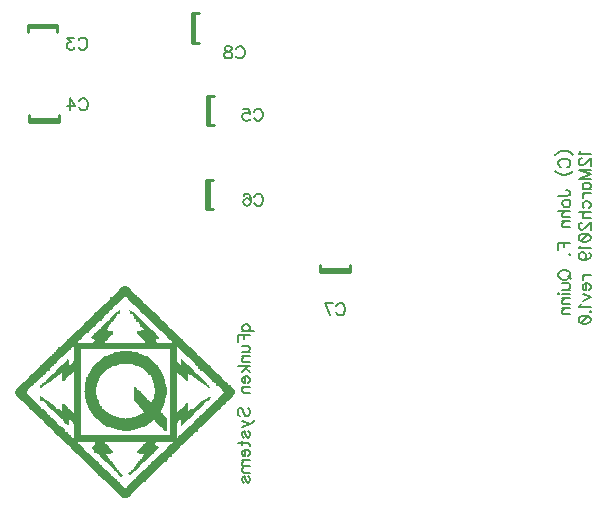
<source format=gbo>
G04 DipTrace 3.3.1.0*
G04 GPIB-USBAR488v1.012Mar2019.GBO*
%MOIN*%
G04 #@! TF.FileFunction,Legend,Bot*
G04 #@! TF.Part,Single*
%ADD10C,0.009843*%
%ADD12C,0.002992*%
%ADD73C,0.006176*%
%FSLAX26Y26*%
G04*
G70*
G90*
G75*
G01*
G04 BotSilk*
%LPD*%
X620791Y2181024D2*
D10*
X522358D1*
X620791Y2188472D2*
X522358D1*
X620791D2*
Y2164913D1*
X522358Y2188472D2*
Y2164913D1*
X527476Y1872362D2*
X625909D1*
X527476Y1864913D2*
X625909D1*
X527476D2*
Y1888472D1*
X625909Y1864913D2*
Y1888472D1*
X1127480Y1950909D2*
Y1852476D1*
X1120031Y1950909D2*
Y1852476D1*
Y1950909D2*
X1143591D1*
X1120031Y1852476D2*
X1143591D1*
X1126194Y1671274D2*
Y1572841D1*
X1118745Y1671274D2*
Y1572841D1*
Y1671274D2*
X1142304D1*
X1118745Y1572841D2*
X1142304D1*
X1497358Y1372362D2*
X1595791D1*
X1497358Y1364913D2*
X1595791D1*
X1497358D2*
Y1388472D1*
X1595791Y1364913D2*
Y1388472D1*
X1077480Y2225909D2*
Y2127476D1*
X1070031Y2225909D2*
Y2127476D1*
Y2225909D2*
X1093591D1*
X1070031Y2127476D2*
X1093591D1*
X843842Y1318540D2*
D12*
X846834D1*
X839927Y1315548D2*
X851310D1*
X835946Y1312556D2*
X855439D1*
X831987Y1309564D2*
X859202D1*
X828614Y1306572D2*
X862438D1*
X825919Y1303579D2*
X865274D1*
X823404Y1300587D2*
X868145D1*
X820571Y1297595D2*
X871285D1*
X817403Y1294603D2*
X874636D1*
X814310Y1291611D2*
X877912D1*
X811675Y1288619D2*
X880866D1*
X809817Y1285627D2*
X883178D1*
X808706Y1282635D2*
X844790D1*
X849826D2*
X884661D1*
X798960Y1279642D2*
X840500D1*
X852818D2*
X891716D1*
X797697Y1276650D2*
X836851D1*
X855810D2*
X894350D1*
X795923Y1273658D2*
X833558D1*
X858802D2*
X897361D1*
X793412Y1270666D2*
X830451D1*
X861783D2*
X900369D1*
X790276Y1267674D2*
X827408D1*
X864682D2*
X902964D1*
X786842Y1264682D2*
X824392D1*
X867409D2*
X904806D1*
X783393Y1261690D2*
X821296D1*
X870160D2*
X905910D1*
X780275Y1258698D2*
X818019D1*
X873377D2*
X912661D1*
X777395Y1255705D2*
X814604D1*
X876950D2*
X915295D1*
X774266Y1252713D2*
X811372D1*
X880237D2*
X918306D1*
X770797Y1249721D2*
X808456D1*
X883146D2*
X921337D1*
X767398Y1246729D2*
X805616D1*
X886062D2*
X924153D1*
X764345Y1243737D2*
X802349D1*
X889223D2*
X926864D1*
X761403Y1240745D2*
X798668D1*
X834865D2*
D3*
X892583D2*
X929842D1*
X758285Y1237753D2*
X795111D1*
X825889D2*
X828881D1*
X861795D2*
D3*
X895862D2*
X933183D1*
X754772Y1234761D2*
X791993D1*
X823918D2*
X827858D1*
X862818D2*
X864787D1*
X898818D2*
X936711D1*
X751041Y1231768D2*
X789601D1*
X821322D2*
X826960D1*
X863716D2*
X869721D1*
X901130D2*
X940284D1*
X747766Y1228776D2*
X788082D1*
X818326D2*
X826346D1*
X864330D2*
X873721D1*
X902613D2*
X943689D1*
X745110Y1225784D2*
X781007D1*
X815041D2*
X819905D1*
X870771D2*
X876952D1*
X909669D2*
X946909D1*
X742609Y1222792D2*
X779060D1*
X811510D2*
X818756D1*
X872817D2*
X879999D1*
X912200D2*
X950090D1*
X739781Y1219800D2*
X776684D1*
X807900D2*
X817365D1*
X874598D2*
X883212D1*
X914945D2*
X953314D1*
X736603Y1216808D2*
X774550D1*
X804380D2*
X815583D1*
X875737D2*
X886589D1*
X917734D2*
X956469D1*
X733382Y1213816D2*
X773102D1*
X801247D2*
X813319D1*
X876355D2*
X889898D1*
X920764D2*
X959371D1*
X730156Y1210824D2*
X766047D1*
X798462D2*
X810789D1*
X882739D2*
X893065D1*
X923962D2*
X962216D1*
X726818Y1207831D2*
X766047D1*
X795699D2*
X808334D1*
X883763D2*
X896136D1*
X926935D2*
X965114D1*
X723460Y1204839D2*
X760062D1*
X792852D2*
X806122D1*
X884661D2*
X899066D1*
X929659D2*
X968050D1*
X720405Y1201847D2*
X758337D1*
X789932D2*
X803921D1*
X885274D2*
X901790D1*
X932403D2*
X971024D1*
X717653Y1198855D2*
X755833D1*
X786972D2*
X801471D1*
X891716D2*
X904365D1*
X935338D2*
X974014D1*
X714904Y1195863D2*
X752675D1*
X783992D2*
X798865D1*
X893201D2*
X907119D1*
X938538D2*
X977089D1*
X712050Y1192871D2*
X749606D1*
X780993D2*
X796382D1*
X894834D2*
X910211D1*
X941931D2*
X980270D1*
X709039Y1189879D2*
X747029D1*
X777909D2*
X794171D1*
X896186D2*
X913555D1*
X945243D2*
X983407D1*
X705791Y1186887D2*
X745945D1*
X774653D2*
X792071D1*
X897064D2*
X916941D1*
X948419D2*
X986280D1*
X702383Y1183894D2*
X739117D1*
X771441D2*
X789990D1*
X903684D2*
X920390D1*
X951498D2*
X988913D1*
X699057Y1180902D2*
X736484D1*
X768879D2*
X787994D1*
X905193D2*
X923899D1*
X954539D2*
X991041D1*
X695871Y1177910D2*
X733472D1*
X767233D2*
X785897D1*
X907054D2*
X927261D1*
X957640D2*
X992433D1*
X692704Y1174918D2*
X730464D1*
X760062D2*
X783482D1*
X909330D2*
X930455D1*
X960925D2*
X999432D1*
X689485Y1171926D2*
X727869D1*
X758115D2*
X780804D1*
X912255D2*
X933542D1*
X964348D2*
X1002078D1*
X686332Y1168934D2*
X726027D1*
X755739D2*
X778015D1*
X915653D2*
X936574D1*
X967667D2*
X1005195D1*
X683430Y1165942D2*
X724923D1*
X753605D2*
X804944D1*
X885732D2*
X939581D1*
X970761D2*
X1008595D1*
X680574Y1162949D2*
X715180D1*
X752158D2*
X804944D1*
X886480D2*
X942591D1*
X973653D2*
X1012023D1*
X677582Y1159957D2*
X713209D1*
X745102D2*
X804944D1*
X888702D2*
X945678D1*
X976537D2*
X1015120D1*
X674370Y1156965D2*
X710625D1*
X742468D2*
X798960D1*
X891617D2*
X948936D1*
X979639D2*
X1017891D1*
X671061Y1153973D2*
X707734D1*
X739440D2*
X796887D1*
X894938D2*
X952148D1*
X982787D2*
X1020649D1*
X668021Y1150981D2*
X704843D1*
X736291D2*
X794024D1*
X898337D2*
X954710D1*
X985875D2*
X1023506D1*
X665179Y1147989D2*
X702122D1*
X733133D2*
X790809D1*
X901423D2*
X956356D1*
X988924D2*
X1026519D1*
X662150Y1144997D2*
X699543D1*
X739775D2*
X787983D1*
X904192D2*
X957543D1*
X991947D2*
X1029755D1*
X658875Y1142005D2*
X696787D1*
X745786D2*
X785682D1*
X906937D2*
X939590D1*
X995035D2*
X1033070D1*
X655624Y1139012D2*
X693717D1*
X751086D2*
X784736D1*
X909665D2*
X942919D1*
X998196D2*
X1036108D1*
X652487Y1136020D2*
X690594D1*
X748094D2*
X778015D1*
X912087D2*
X946154D1*
X1001126D2*
X1038853D1*
X649512Y1133028D2*
X688069D1*
X745102D2*
X778015D1*
X913843D2*
X948723D1*
X1003574D2*
X1041600D1*
X646752Y1130036D2*
X686438D1*
X742110D2*
X778015D1*
X914908D2*
X950371D1*
X1004610D2*
X1044453D1*
X643988Y1127044D2*
X1047464D1*
X640777Y1124052D2*
X1050688D1*
X637318Y1121060D2*
X1053887D1*
X634509Y1118068D2*
X1056445D1*
X632702Y1115075D2*
X667894D1*
X676283D2*
X1017385D1*
X1023021D2*
X1058089D1*
X625417Y1112083D2*
X666133D1*
X676283D2*
X1017385D1*
X1025655D2*
X1065259D1*
X623469Y1109091D2*
X665063D1*
X676283D2*
X1017385D1*
X1028578D2*
X1067333D1*
X621094Y1106099D2*
X658330D1*
X676283D2*
X697228D1*
X996440D2*
X1017385D1*
X1031720D2*
X1070195D1*
X618960Y1103107D2*
X656045D1*
X676283D2*
X697228D1*
X996440D2*
X1017385D1*
X1034691D2*
X1073434D1*
X617512Y1100115D2*
X653380D1*
X676283D2*
X697228D1*
X843842D2*
X852818D1*
X996440D2*
X1017385D1*
X1037592D2*
X1076481D1*
X610456Y1097123D2*
X650313D1*
X676283D2*
X697228D1*
X810928D2*
X885732D1*
X996440D2*
X1017385D1*
X1040896D2*
X1079338D1*
X610456Y1094131D2*
X646989D1*
X676283D2*
X697228D1*
X810928D2*
X885732D1*
X996440D2*
X1017385D1*
X1044594D2*
X1082377D1*
X604472Y1091138D2*
X643792D1*
X676283D2*
X697228D1*
X800812D2*
X895859D1*
X996440D2*
X1017385D1*
X1048170D2*
X1085656D1*
X604472Y1088146D2*
X640901D1*
X676283D2*
X697228D1*
X792344D2*
X904410D1*
X996440D2*
X1017385D1*
X1051408D2*
X1088909D1*
X598488Y1085154D2*
X638160D1*
X676283D2*
X697228D1*
X785354D2*
X911582D1*
X996440D2*
X1017385D1*
X1054294D2*
X1092058D1*
X596414Y1082162D2*
X635171D1*
X676283D2*
X697228D1*
X779349D2*
X917658D1*
X996440D2*
X1017385D1*
X1057028D2*
X1095127D1*
X593551Y1079170D2*
X631826D1*
X676283D2*
X697228D1*
X774060D2*
X922756D1*
X996440D2*
X1017385D1*
X1060084D2*
X1098140D1*
X590313Y1076178D2*
X628308D1*
X676283D2*
X697228D1*
X769673D2*
X927123D1*
X996440D2*
X1017397D1*
X1063521D2*
X1101052D1*
X587277Y1073186D2*
X624828D1*
X655338D2*
D3*
X676259D2*
X697228D1*
X766150D2*
X930982D1*
X996440D2*
X1017502D1*
X1035338D2*
D3*
X1066907D2*
X1103773D1*
X584514Y1070194D2*
X621698D1*
X652346D2*
X658330D1*
X676037D2*
X697228D1*
X762925D2*
X934340D1*
X996440D2*
X1017907D1*
X1033957D2*
X1038330D1*
X1069956D2*
X1106431D1*
X581739Y1067201D2*
X618814D1*
X649354D2*
X658330D1*
X675511D2*
X697228D1*
X759540D2*
X937462D1*
X996440D2*
X1018852D1*
X1033097D2*
X1041322D1*
X1072884D2*
X1109385D1*
X578702Y1064209D2*
X615684D1*
X646373D2*
X658330D1*
X673299D2*
X697228D1*
X755852D2*
X940672D1*
X996440D2*
X1020551D1*
X1032662D2*
X1044314D1*
X1075896D2*
X1112716D1*
X575223Y1061217D2*
X612214D1*
X643475D2*
X658330D1*
X670428D2*
X697228D1*
X752194D2*
X943863D1*
X996440D2*
X1023164D1*
X1032461D2*
X1047306D1*
X1079040D2*
X1116241D1*
X571505Y1058225D2*
X608815D1*
X640759D2*
X658330D1*
X667306D2*
X697228D1*
X748972D2*
X821543D1*
X876516D2*
X946968D1*
X996440D2*
X1026362D1*
X1032346D2*
X1050299D1*
X1082159D2*
X1119812D1*
X568235Y1055233D2*
X605762D1*
X638102D2*
X697228D1*
X746145D2*
X812801D1*
X884608D2*
X950000D1*
X996440D2*
X1053291D1*
X1085025D2*
X1123206D1*
X565581Y1052241D2*
X602843D1*
X635149D2*
X697228D1*
X743470D2*
X805599D1*
X891629D2*
X952814D1*
X996440D2*
X1056294D1*
X1087655D2*
X1126332D1*
X563081Y1049249D2*
X599936D1*
X631818D2*
X697228D1*
X741002D2*
X799272D1*
X897645D2*
X955140D1*
X996440D2*
X1059380D1*
X1089782D2*
X1129236D1*
X560241Y1046257D2*
X597196D1*
X628305D2*
X697228D1*
X738894D2*
X793550D1*
X902821D2*
X956892D1*
X996440D2*
X1062660D1*
X1091173D2*
X1132125D1*
X556970Y1043264D2*
X594987D1*
X624827D2*
X697228D1*
X736994D2*
X788453D1*
X907189D2*
X958497D1*
X996440D2*
X1066081D1*
X1098173D2*
X1135229D1*
X553473Y1040272D2*
X593549D1*
X621710D2*
X697228D1*
X735075D2*
X784011D1*
X911098D2*
X960328D1*
X996440D2*
X1069400D1*
X1098173D2*
X1138377D1*
X549912Y1037280D2*
X586519D1*
X618919D2*
X697228D1*
X733080D2*
X780190D1*
X914791D2*
X962416D1*
X996440D2*
X1072494D1*
X1104157D2*
X1141477D1*
X546523Y1034288D2*
X584011D1*
X616065D2*
X697228D1*
X731133D2*
X776804D1*
X918112D2*
X964391D1*
X996440D2*
X1075385D1*
X1106791D2*
X1144620D1*
X543399Y1031296D2*
X581487D1*
X612931D2*
X670196D1*
X676283D2*
X697228D1*
X729167D2*
X773645D1*
X920838D2*
X966065D1*
X996440D2*
X1078269D1*
X1109814D2*
X1147918D1*
X540494Y1028304D2*
X579566D1*
X609583D2*
X630606D1*
X637385D2*
X666914D1*
X676283D2*
X697228D1*
X727253D2*
X770682D1*
X922730D2*
X967776D1*
X996440D2*
X1017385D1*
X1023832D2*
X1081372D1*
X1112938D2*
X1151353D1*
X537617Y1025312D2*
X578379D1*
X606296D2*
X627961D1*
X637385D2*
X663493D1*
X676283D2*
X697228D1*
X725775D2*
X767959D1*
X923853D2*
X969536D1*
X996440D2*
X1017385D1*
X1027554D2*
X1053291D1*
X1061781D2*
X1084519D1*
X1116031D2*
X1154683D1*
X534607Y1022320D2*
X571558D1*
X603214D2*
X624398D1*
X637385D2*
X660162D1*
X676283D2*
X697228D1*
X724900D2*
X765496D1*
X930614D2*
X970950D1*
X996440D2*
X1017385D1*
X1031227D2*
X1053291D1*
X1066813D2*
X1087619D1*
X1119077D2*
X1157853D1*
X531735Y1019327D2*
X571558D1*
X600316D2*
X620467D1*
X637385D2*
X656986D1*
X676283D2*
X697228D1*
X724466D2*
X763228D1*
X932671D2*
X971909D1*
X996440D2*
X1017385D1*
X1034467D2*
X1053291D1*
X1071260D2*
X1090762D1*
X1122105D2*
X1160841D1*
X528982Y1016335D2*
X565574D1*
X597351D2*
X616394D1*
X637385D2*
X653912D1*
X676283D2*
X697228D1*
X724270D2*
X761256D1*
X934557D2*
X972815D1*
X996440D2*
X1017385D1*
X1037402D2*
X1053291D1*
X1075276D2*
X1094060D1*
X1125201D2*
X1163583D1*
X525995Y1013343D2*
X562940D1*
X594067D2*
X611982D1*
X637385D2*
X650982D1*
X676283D2*
X697228D1*
X718173D2*
X759618D1*
X936073D2*
X974098D1*
X996440D2*
X1017385D1*
X1040471D2*
X1053291D1*
X1079342D2*
X1097484D1*
X1128461D2*
X1166161D1*
X522833Y1010351D2*
X559917D1*
X590861D2*
X607358D1*
X637385D2*
X648278D1*
X676283D2*
X697228D1*
X718161D2*
X758389D1*
X937388D2*
X975657D1*
X996440D2*
X1017385D1*
X1043767D2*
X1053291D1*
X1083751D2*
X1100719D1*
X1131675D2*
X1168832D1*
X519858Y1007359D2*
X556793D1*
X588057D2*
X603003D1*
X637385D2*
X645803D1*
X676283D2*
X697228D1*
X718056D2*
X757554D1*
X938524D2*
X976974D1*
X996440D2*
X1017385D1*
X1047054D2*
X1053291D1*
X1088201D2*
X1103625D1*
X1134238D2*
X1171736D1*
X517040Y1004367D2*
X553688D1*
X585327D2*
X599071D1*
X637385D2*
X643369D1*
X676283D2*
X697228D1*
X717674D2*
X756711D1*
X939547D2*
X977783D1*
X996440D2*
X1017385D1*
X1050299D2*
X1053291D1*
X1092381D2*
X1106371D1*
X1135884D2*
X1174923D1*
X513936Y1001375D2*
X550549D1*
X582525D2*
X595180D1*
X676283D2*
X697228D1*
X716958D2*
X755457D1*
X940688D2*
X978191D1*
X996440D2*
X1017385D1*
X1096286D2*
X1109339D1*
X1143054D2*
X1178299D1*
X510477Y998383D2*
X547268D1*
X580193D2*
X590919D1*
X676283D2*
X697228D1*
X716191D2*
X753910D1*
X941978D2*
X978383D1*
X996440D2*
X1017385D1*
X1100299D2*
X1112474D1*
X1145563D2*
X1181494D1*
X507081Y995390D2*
X544046D1*
X578661D2*
X586463D1*
X676283D2*
X697228D1*
X715669D2*
X752586D1*
X943275D2*
X978562D1*
X996440D2*
X1017385D1*
X1104599D2*
X1115219D1*
X1148086D2*
X1184171D1*
X504029Y992398D2*
X541479D1*
X571558D2*
X582418D1*
X676283D2*
X697228D1*
X715391D2*
X751673D1*
X944341D2*
X978971D1*
X996440D2*
X1017385D1*
X1108779D2*
X1117160D1*
X1150007D2*
X1186046D1*
X501088Y989406D2*
X539832D1*
X571558D2*
X578836D1*
X676283D2*
X697228D1*
X715253D2*
X750884D1*
X944998D2*
X979709D1*
X996440D2*
X1017385D1*
X1112733D2*
X1118317D1*
X1151195D2*
X1187163D1*
X497970Y986414D2*
X532661D1*
X565574D2*
X575006D1*
X676283D2*
X697228D1*
X715095D2*
X749987D1*
X945331D2*
X980585D1*
X996440D2*
X1017385D1*
X1117026D2*
X1125102D1*
X1158015D2*
X1196913D1*
X494457Y983422D2*
X530387D1*
X564172D2*
X570480D1*
X676283D2*
X697228D1*
X714693D2*
X749147D1*
X945490D2*
X981489D1*
X996440D2*
X1017385D1*
X1122238D2*
X1125102D1*
X1160637D2*
X1198884D1*
X490726Y980430D2*
X527816D1*
X562582D2*
X565574D1*
X676283D2*
X697228D1*
X713969D2*
X748597D1*
X876755D2*
X879747D1*
X945656D2*
X982483D1*
X996440D2*
X1017385D1*
X1128094D2*
D3*
X1163567D2*
X1201468D1*
X487462Y977438D2*
X525036D1*
X676283D2*
X697228D1*
X713200D2*
X748310D1*
X876755D2*
X882532D1*
X946048D2*
X983378D1*
X996440D2*
X1017385D1*
X1166415D2*
X1204348D1*
X484923Y974446D2*
X522153D1*
X556598D2*
D3*
X676283D2*
X697228D1*
X712677D2*
X748179D1*
X876755D2*
X884382D1*
X946668D2*
X983952D1*
X996440D2*
X1017385D1*
X1169161D2*
X1207122D1*
X482932Y971453D2*
X519423D1*
X676283D2*
X697228D1*
X712399D2*
X748126D1*
X876755D2*
X891716D1*
X947056D2*
X984250D1*
X996440D2*
X1017385D1*
X1172028D2*
X1209345D1*
X481424Y968461D2*
X516960D1*
X676283D2*
X697228D1*
X712284D2*
X748105D1*
X876755D2*
X893899D1*
X946863D2*
X984372D1*
X996440D2*
X1017385D1*
X1174663D2*
X1210956D1*
X480298Y965469D2*
X516028D1*
X676283D2*
X697228D1*
X712337D2*
X748098D1*
X876755D2*
X896274D1*
X946373D2*
X984322D1*
X996440D2*
X1017385D1*
X1176695D2*
X1211317D1*
X480657Y962477D2*
X516610D1*
X676283D2*
X697228D1*
X712698D2*
X748107D1*
X876755D2*
X898900D1*
X945978D2*
X983962D1*
X996440D2*
X1017385D1*
X1177085D2*
X1211344D1*
X481539Y959485D2*
X518616D1*
X676283D2*
X697228D1*
X713407D2*
X748211D1*
X876755D2*
X901804D1*
X945754D2*
X983241D1*
X996440D2*
X1017385D1*
X1174351D2*
X1210033D1*
X482872Y956493D2*
X521080D1*
X676283D2*
X697228D1*
X714172D2*
X748592D1*
X876755D2*
X904622D1*
X945635D2*
X982372D1*
X996440D2*
X1017385D1*
X1171453D2*
X1208043D1*
X484831Y953501D2*
X523847D1*
X556598D2*
D3*
X676283D2*
X697228D1*
X714693D2*
X749320D1*
X876755D2*
X907266D1*
X945473D2*
X981469D1*
X996440D2*
X1017385D1*
X1134078D2*
D3*
X1168480D2*
X1205542D1*
X487677Y950509D2*
X526837D1*
X562582D2*
X565574D1*
X676283D2*
X697228D1*
X714981D2*
X750193D1*
X876755D2*
X909972D1*
X944969D2*
X980476D1*
X996440D2*
X1017385D1*
X1165392D2*
X1202751D1*
X491176Y947516D2*
X530069D1*
X563605D2*
X568670D1*
X676283D2*
X697228D1*
X715213D2*
X751108D1*
X876755D2*
X912797D1*
X943865D2*
X979582D1*
X996440D2*
X1017385D1*
X1125102D2*
X1131086D1*
X1162127D2*
X1199751D1*
X494673Y944524D2*
X533384D1*
X564504D2*
X572436D1*
X676283D2*
X697228D1*
X715647D2*
X752207D1*
X876767D2*
X915709D1*
X942367D2*
X979007D1*
X996440D2*
X1017385D1*
X1120614D2*
X1128302D1*
X1158805D2*
X1196514D1*
X497892Y941532D2*
X536422D1*
X565117D2*
X576346D1*
X676283D2*
X697228D1*
X716384D2*
X753482D1*
X876884D2*
X918666D1*
X940963D2*
X978710D1*
X996440D2*
X1017385D1*
X1116368D2*
X1126452D1*
X1155848D2*
X1193186D1*
X500861Y938540D2*
X539179D1*
X571558D2*
X580080D1*
X676283D2*
X697228D1*
X717159D2*
X754785D1*
X877382D2*
X921645D1*
X939698D2*
X978564D1*
X996440D2*
X1017385D1*
X1112107D2*
X1119117D1*
X1153279D2*
X1190054D1*
X503868Y935548D2*
X542032D1*
X574192D2*
X583890D1*
X676283D2*
X697228D1*
X717695D2*
X755955D1*
X878609D2*
X924632D1*
X938250D2*
X978392D1*
X996440D2*
X1017385D1*
X1107668D2*
X1117393D1*
X1150583D2*
X1187044D1*
X507258Y932556D2*
X545243D1*
X577204D2*
X588132D1*
X676283D2*
X697228D1*
X718090D2*
X756992D1*
X880684D2*
X927621D1*
X936598D2*
X977884D1*
X996440D2*
X1017385D1*
X1102978D2*
X1114888D1*
X1147370D2*
X1184077D1*
X510745Y929564D2*
X548772D1*
X580235D2*
X592682D1*
X676283D2*
X697228D1*
X718704D2*
X758041D1*
X883464D2*
X976779D1*
X996440D2*
X1017385D1*
X1098195D2*
X1111719D1*
X1143967D2*
X1181666D1*
X513897Y926572D2*
X552129D1*
X583051D2*
X597104D1*
X640377D2*
D3*
X676283D2*
X697228D1*
X719854D2*
X758957D1*
X886581D2*
X975292D1*
X996440D2*
X1017385D1*
X1050299D2*
X1053291D1*
X1093764D2*
X1108533D1*
X1140851D2*
X1180098D1*
X516795Y923579D2*
X555007D1*
X585762D2*
X601379D1*
X638996D2*
X643369D1*
X676283D2*
X697228D1*
X721370D2*
X759541D1*
X889551D2*
X973979D1*
X996440D2*
X1017385D1*
X1048227D2*
X1053291D1*
X1089823D2*
X1105802D1*
X1137967D2*
X1172976D1*
X519838Y920587D2*
X557769D1*
X588716D2*
X605760D1*
X638137D2*
X646362D1*
X676283D2*
X697228D1*
X722771D2*
X759858D1*
X892360D2*
X972969D1*
X996440D2*
X1017385D1*
X1045835D2*
X1053291D1*
X1086141D2*
X1103236D1*
X1134907D2*
X1170702D1*
X523029Y917595D2*
X560584D1*
X591870D2*
X609920D1*
X637702D2*
X649354D1*
X676283D2*
X697228D1*
X723966D2*
X766047D1*
X895373D2*
X971802D1*
X996440D2*
X1017385D1*
X1042981D2*
X1053291D1*
X1082742D2*
X1100362D1*
X1131530D2*
X1168142D1*
X526007Y914603D2*
X562921D1*
X594835D2*
X613532D1*
X637509D2*
X652346D1*
X676283D2*
X697228D1*
X725193D2*
X766047D1*
X898546D2*
X970177D1*
X996440D2*
X1017385D1*
X1039944D2*
X1053291D1*
X1080104D2*
X1097170D1*
X1128000D2*
X1165445D1*
X528822Y911611D2*
X564455D1*
X597643D2*
X615160D1*
X637431D2*
X655338D1*
X676283D2*
X697228D1*
X726533D2*
X766047D1*
X901501D2*
X968465D1*
X996440D2*
X1017385D1*
X1036888D2*
X1053291D1*
X1078429D2*
X1093947D1*
X1124515D2*
X1162732D1*
X531840Y908619D2*
X571558D1*
X600671D2*
X625417D1*
X637401D2*
X658330D1*
X676283D2*
X697228D1*
X727961D2*
X772031D1*
X904098D2*
X967012D1*
X996440D2*
X1017385D1*
X1033761D2*
X1053291D1*
X1070601D2*
X1090805D1*
X1121396D2*
X1159922D1*
X535099Y905627D2*
X574192D1*
X604035D2*
X628222D1*
X637390D2*
X661322D1*
X676283D2*
X697228D1*
X729520D2*
X774676D1*
X906335D2*
X965731D1*
X996440D2*
X1017385D1*
X1030450D2*
X1053291D1*
X1065030D2*
X1087655D1*
X1118604D2*
X1156848D1*
X538255Y902635D2*
X577204D1*
X607560D2*
X631401D1*
X637385D2*
X664314D1*
X676283D2*
X697228D1*
X731288D2*
X777805D1*
X907957D2*
X964706D1*
X996440D2*
X1017385D1*
X1026927D2*
X1053291D1*
X1059275D2*
X1084442D1*
X1115750D2*
X1153710D1*
X541126Y899642D2*
X580211D1*
X611043D2*
X667306D1*
X676283D2*
X697228D1*
X733222D2*
X781322D1*
X908894D2*
X964076D1*
X996440D2*
X1017385D1*
X1023369D2*
X1081292D1*
X1112639D2*
X1150626D1*
X543859Y896650D2*
X582806D1*
X614162D2*
X670299D1*
X676283D2*
X697228D1*
X735158D2*
X785248D1*
X909371D2*
X963741D1*
X996440D2*
X1078390D1*
X1109500D2*
X1147578D1*
X546845Y893658D2*
X584648D1*
X616953D2*
X697228D1*
X737221D2*
X789571D1*
X904923D2*
X969511D1*
X996440D2*
X1075535D1*
X1106969D2*
X1144556D1*
X550189Y890666D2*
X585753D1*
X619808D2*
X697228D1*
X739536D2*
X794488D1*
X900296D2*
X972145D1*
X996440D2*
X1072543D1*
X1105336D2*
X1141456D1*
X553707Y887674D2*
X592503D1*
X622942D2*
X697228D1*
X741963D2*
X800669D1*
X894607D2*
X975157D1*
X996440D2*
X1069319D1*
X1098173D2*
X1138178D1*
X557187Y884682D2*
X595486D1*
X626290D2*
X697228D1*
X744579D2*
X809044D1*
X886694D2*
X978164D1*
X996440D2*
X1065916D1*
X1095550D2*
X1134762D1*
X560304Y881690D2*
X598867D1*
X629589D2*
X697228D1*
X747741D2*
X819818D1*
X875866D2*
X980758D1*
X996440D2*
X1062600D1*
X1092632D2*
X1131530D1*
X563095Y878698D2*
X602049D1*
X632764D2*
X697228D1*
X751292D2*
X831780D1*
X863114D2*
X982590D1*
X996440D2*
X1059423D1*
X1089877D2*
X1128625D1*
X565949Y875705D2*
X604898D1*
X635927D2*
X697228D1*
X754572D2*
X843842D1*
X849826D2*
X983624D1*
X996440D2*
X1056343D1*
X1087408D2*
X1125879D1*
X569084Y872713D2*
X607701D1*
X639121D2*
X697228D1*
X757490D2*
X984123D1*
X996440D2*
X1053302D1*
X1084841D2*
X1122888D1*
X572432Y869721D2*
X610555D1*
X642064D2*
X658330D1*
X667643D2*
X697228D1*
X760510D2*
X936135D1*
X945676D2*
X984337D1*
X996440D2*
X1023495D1*
X1032346D2*
X1050202D1*
X1081918D2*
X1119542D1*
X575719Y866729D2*
X613390D1*
X644518D2*
X658330D1*
X670877D2*
X697228D1*
X764053D2*
X932390D1*
X948947D2*
X984423D1*
X996440D2*
X1021003D1*
X1032357D2*
X1046928D1*
X1078866D2*
X1116024D1*
X578788Y863737D2*
X616089D1*
X645554D2*
X658330D1*
X673428D2*
X697228D1*
X768140D2*
X928518D1*
X952275D2*
X984455D1*
X996440D2*
X1019227D1*
X1032471D2*
X1043600D1*
X1075896D2*
X1112544D1*
X581594Y860745D2*
X618828D1*
X652346D2*
X658330D1*
X675260D2*
X697228D1*
X772327D2*
X924597D1*
X955318D2*
X984466D1*
X996440D2*
X1018217D1*
X1032934D2*
X1040575D1*
X1073043D2*
X1109427D1*
X584293Y857753D2*
X622029D1*
X652346D2*
X658330D1*
X675803D2*
X697228D1*
X776558D2*
X920365D1*
X958064D2*
X984470D1*
X996440D2*
X1017728D1*
X1033957D2*
X1037906D1*
X1070085D2*
X1106636D1*
X587336Y854761D2*
X625485D1*
X676085D2*
X697228D1*
X781518D2*
X915400D1*
X960812D2*
X984471D1*
X996440D2*
X1017517D1*
X1035338D2*
D3*
X1066714D2*
X1103782D1*
X590768Y851768D2*
X628293D1*
X676208D2*
X697228D1*
X787884D2*
X909233D1*
X963654D2*
X984472D1*
X996440D2*
X1017434D1*
X1063234D2*
X1100647D1*
X594164Y848776D2*
X630100D1*
X676256D2*
X697228D1*
X795454D2*
X901978D1*
X966572D2*
X984472D1*
X996440D2*
X1017402D1*
X1060084D2*
X1097299D1*
X597305Y845784D2*
X637385D1*
X676273D2*
X697228D1*
X803636D2*
X894056D1*
X969531D2*
X984472D1*
X996440D2*
X1017391D1*
X1057187D2*
X1094024D1*
X600498Y842792D2*
X639893D1*
X676280D2*
X697228D1*
X813735D2*
X884622D1*
X972511D2*
X984472D1*
X996440D2*
X1017387D1*
X1054122D2*
X1091070D1*
X603764Y839800D2*
X642417D1*
X676282D2*
X697228D1*
X827579D2*
X872546D1*
X975498D2*
X984472D1*
X996440D2*
X1017386D1*
X1050744D2*
X1088758D1*
X606763Y836808D2*
X644338D1*
X676282D2*
X697228D1*
X843842D2*
X858802D1*
X978488D2*
X984472D1*
X996440D2*
X1017385D1*
X1047213D2*
X1087275D1*
X609496Y833816D2*
X645526D1*
X676283D2*
X697228D1*
X996440D2*
X1017385D1*
X1043728D2*
X1080220D1*
X612243Y830824D2*
X652346D1*
X676283D2*
X697228D1*
X996440D2*
X1017385D1*
X1040597D2*
X1077934D1*
X615169Y827831D2*
X654631D1*
X676283D2*
X697228D1*
X996440D2*
X1017385D1*
X1037712D2*
X1075281D1*
X618275Y824839D2*
X657285D1*
X676283D2*
X697228D1*
X996440D2*
X1017385D1*
X1034581D2*
X1072308D1*
X621392Y821847D2*
X660238D1*
X676283D2*
X697228D1*
X996440D2*
X1017385D1*
X1031132D2*
X1069248D1*
X624369Y818855D2*
X663117D1*
X676283D2*
X1017385D1*
X1027900D2*
X1066294D1*
X627506Y815863D2*
X665417D1*
X676283D2*
X1017385D1*
X1025397D2*
X1063177D1*
X630924Y812871D2*
X667306D1*
X676283D2*
X1017385D1*
X1023369D2*
X1059855D1*
X634486Y809879D2*
X1056571D1*
X638072Y806887D2*
X1053320D1*
X641470Y803894D2*
X1049973D1*
X644587Y800902D2*
X1046623D1*
X647398Y797910D2*
X686054D1*
X745689D2*
X775725D1*
X918543D2*
X948566D1*
X1008307D2*
X1043660D1*
X650011Y794918D2*
X688585D1*
X746921D2*
X776943D1*
X915272D2*
X945574D1*
X1005024D2*
X1041173D1*
X652780Y791926D2*
X691741D1*
X748842D2*
X779944D1*
X911956D2*
X942582D1*
X1001603D2*
X1038665D1*
X655878Y788934D2*
X694745D1*
X751086D2*
X783201D1*
X909007D2*
X939590D1*
X998272D2*
X1035597D1*
X659212Y785942D2*
X697288D1*
X745625D2*
X786248D1*
X906524D2*
X946135D1*
X995097D2*
X1032099D1*
X662505Y782949D2*
X699745D1*
X741118D2*
X789091D1*
X904018D2*
X951886D1*
X992011D2*
X1028844D1*
X665678Y779957D2*
X702557D1*
X737572D2*
X792036D1*
X900939D2*
X956795D1*
X988974D2*
X1025948D1*
X668852Y776965D2*
X705729D1*
X738479D2*
X795027D1*
X897348D2*
X954494D1*
X985880D2*
X1023025D1*
X672151Y773973D2*
X708949D1*
X740685D2*
X797816D1*
X893840D2*
X951592D1*
X982693D2*
X1019783D1*
X675486Y770981D2*
X712173D1*
X742688D2*
X800348D1*
X890804D2*
X948301D1*
X979542D2*
X1016242D1*
X678447Y767989D2*
X715512D1*
X744069D2*
X802361D1*
X888509D2*
X944921D1*
X976551D2*
X1012880D1*
X681006Y764997D2*
X718881D1*
X751086D2*
X803902D1*
X886782D2*
X941844D1*
X973409D2*
X1010000D1*
X683609Y762005D2*
X722030D1*
X753720D2*
X791646D1*
X899034D2*
X939068D1*
X969989D2*
X1007238D1*
X686546Y759012D2*
X725069D1*
X756731D2*
X778015D1*
X912661D2*
X936220D1*
X966427D2*
X1004422D1*
X689614Y756020D2*
X728247D1*
X759762D2*
X780893D1*
X910143D2*
X933087D1*
X962840D2*
X1002086D1*
X692680Y753028D2*
X731428D1*
X762579D2*
X783502D1*
X908009D2*
X929740D1*
X959442D2*
X1000551D1*
X695809Y750036D2*
X734541D1*
X765289D2*
X785777D1*
X906289D2*
X926441D1*
X956325D2*
X993448D1*
X699114Y747044D2*
X737688D1*
X768267D2*
X788002D1*
X905028D2*
X923267D1*
X953514D2*
X990940D1*
X702641Y744052D2*
X741000D1*
X771608D2*
X790460D1*
X904243D2*
X920092D1*
X950901D2*
X988416D1*
X706245Y741060D2*
X744529D1*
X775136D2*
X793081D1*
X897700D2*
X916781D1*
X948132D2*
X986495D1*
X709762Y738068D2*
X748135D1*
X778709D2*
X795659D1*
X896089D2*
X913352D1*
X945034D2*
X985308D1*
X712894Y735075D2*
X751640D1*
X782115D2*
X798158D1*
X893968D2*
X910115D1*
X941700D2*
X978488D1*
X715691Y732083D2*
X754656D1*
X785334D2*
X800686D1*
X891516D2*
X907209D1*
X938430D2*
X976190D1*
X718547Y729091D2*
X756943D1*
X788515D2*
X803095D1*
X889110D2*
X904462D1*
X935478D2*
X973432D1*
X721670Y726099D2*
X758500D1*
X791728D2*
X805180D1*
X887006D2*
X901494D1*
X933167D2*
X970089D1*
X724925Y723107D2*
X759423D1*
X794789D2*
X807083D1*
X885098D2*
X898336D1*
X931684D2*
X966430D1*
X727948Y720115D2*
X766047D1*
X797415D2*
X809105D1*
X883079D2*
X895358D1*
X924629D2*
X963183D1*
X730787Y717123D2*
X768680D1*
X799924D2*
X811469D1*
X880800D2*
X892455D1*
X922446D2*
X960525D1*
X733900Y714131D2*
X771704D1*
X802772D2*
X814039D1*
X878419D2*
X889162D1*
X920071D2*
X957935D1*
X737339Y711138D2*
X774828D1*
X805954D2*
X816507D1*
X876096D2*
X885569D1*
X917434D2*
X954832D1*
X740549Y708146D2*
X777921D1*
X809172D2*
X818713D1*
X873783D2*
X882362D1*
X914436D2*
X951319D1*
X743049Y705154D2*
X780967D1*
X812312D2*
X820822D1*
X871431D2*
X879725D1*
X911330D2*
X948059D1*
X745297Y702162D2*
X783995D1*
X815462D2*
X822996D1*
X868855D2*
X877143D1*
X908245D2*
X945173D1*
X748103Y699170D2*
X787091D1*
X818651D2*
X825280D1*
X865933D2*
X874049D1*
X905108D2*
X942343D1*
X751334Y696178D2*
X790351D1*
X821592D2*
X827824D1*
X862550D2*
X870588D1*
X901800D2*
X939377D1*
X754035Y693186D2*
X793564D1*
X824046D2*
X830735D1*
X858802D2*
X867483D1*
X898272D2*
X936171D1*
X755795Y690194D2*
X796127D1*
X825082D2*
X834112D1*
X861795D2*
X864787D1*
X894667D2*
X932860D1*
X763054Y687201D2*
X797773D1*
X831873D2*
X837858D1*
X855810D2*
D3*
X891150D2*
X929735D1*
X765128Y684209D2*
X804944D1*
X831873D2*
X834865D1*
X888018D2*
X926704D1*
X767991Y681217D2*
X807018D1*
X885221D2*
X923529D1*
X771229Y678225D2*
X809880D1*
X882365D2*
X920373D1*
X774276Y675233D2*
X813096D1*
X879242D2*
X917481D1*
X777133Y672241D2*
X815921D1*
X875987D2*
X915197D1*
X780184Y669249D2*
X818222D1*
X872964D2*
X913725D1*
X783557Y666257D2*
X819169D1*
X870137D2*
X906677D1*
X787086Y663264D2*
X825889D1*
X867118D2*
X904145D1*
X790570Y660272D2*
X828523D1*
X863942D2*
X901400D1*
X793701Y657280D2*
X831546D1*
X860975D2*
X898611D1*
X796586Y654288D2*
X834672D1*
X858266D2*
X895558D1*
X799716Y651296D2*
X837773D1*
X855561D2*
X892173D1*
X803174Y648304D2*
X840850D1*
X852818D2*
X888648D1*
X806480Y645312D2*
X885253D1*
X809257Y642320D2*
X882408D1*
X811840Y639327D2*
X879963D1*
X814709Y636335D2*
X877253D1*
X817810Y633343D2*
X874172D1*
X820745Y630351D2*
X871102D1*
X823458Y627359D2*
X868267D1*
X826282Y624367D2*
X865549D1*
X829386Y621375D2*
X862579D1*
X832581Y618383D2*
X859325D1*
X835407Y615390D2*
X856055D1*
X837858Y612398D2*
X852818D1*
X843842Y1318540D2*
X839927Y1315548D1*
X835946Y1312556D1*
X831987Y1309564D1*
X828614Y1306572D1*
X825919Y1303579D1*
X823404Y1300587D1*
X820571Y1297595D1*
X817403Y1294603D1*
X814310Y1291611D1*
X811675Y1288619D1*
X809817Y1285627D1*
X808706Y1282635D1*
X807936Y1279642D1*
X798960D1*
X797697Y1276650D1*
X795923Y1273658D1*
X793412Y1270666D1*
X790276Y1267674D1*
X786842Y1264682D1*
X783393Y1261690D1*
X780275Y1258698D1*
X777395Y1255705D1*
X774266Y1252713D1*
X770797Y1249721D1*
X767398Y1246729D1*
X764345Y1243737D1*
X761403Y1240745D1*
X758285Y1237753D1*
X754772Y1234761D1*
X751041Y1231768D1*
X747766Y1228776D1*
X745110Y1225784D1*
X742609Y1222792D1*
X739781Y1219800D1*
X736603Y1216808D1*
X733382Y1213816D1*
X730156Y1210824D1*
X726818Y1207831D1*
X723460Y1204839D1*
X720405Y1201847D1*
X717653Y1198855D1*
X714904Y1195863D1*
X712050Y1192871D1*
X709039Y1189879D1*
X705791Y1186887D1*
X702383Y1183894D1*
X699057Y1180902D1*
X695871Y1177910D1*
X692704Y1174918D1*
X689485Y1171926D1*
X686332Y1168934D1*
X683430Y1165942D1*
X680574Y1162949D1*
X677582Y1159957D1*
X674370Y1156965D1*
X671061Y1153973D1*
X668021Y1150981D1*
X665179Y1147989D1*
X662150Y1144997D1*
X658875Y1142005D1*
X655624Y1139012D1*
X652487Y1136020D1*
X649512Y1133028D1*
X646752Y1130036D1*
X643988Y1127044D1*
X640777Y1124052D1*
X637318Y1121060D1*
X634509Y1118068D1*
X632702Y1115075D1*
X631401Y1112083D1*
X625417D1*
X623469Y1109091D1*
X621094Y1106099D1*
X618960Y1103107D1*
X617512Y1100115D1*
X616440Y1097123D1*
X610456D1*
Y1094131D1*
Y1091138D1*
X604472D1*
Y1088146D1*
Y1085154D1*
X598488D1*
X596414Y1082162D1*
X593551Y1079170D1*
X590313Y1076178D1*
X587277Y1073186D1*
X584514Y1070194D1*
X581739Y1067201D1*
X578702Y1064209D1*
X575223Y1061217D1*
X571505Y1058225D1*
X568235Y1055233D1*
X565581Y1052241D1*
X563081Y1049249D1*
X560241Y1046257D1*
X556970Y1043264D1*
X553473Y1040272D1*
X549912Y1037280D1*
X546523Y1034288D1*
X543399Y1031296D1*
X540494Y1028304D1*
X537617Y1025312D1*
X534607Y1022320D1*
X531735Y1019327D1*
X528982Y1016335D1*
X525995Y1013343D1*
X522833Y1010351D1*
X519858Y1007359D1*
X517040Y1004367D1*
X513936Y1001375D1*
X510477Y998383D1*
X507081Y995390D1*
X504029Y992398D1*
X501088Y989406D1*
X497970Y986414D1*
X494457Y983422D1*
X490726Y980430D1*
X487462Y977438D1*
X484923Y974446D1*
X482932Y971453D1*
X481424Y968461D1*
X480298Y965469D1*
X480657Y962477D1*
X481539Y959485D1*
X482872Y956493D1*
X484831Y953501D1*
X487677Y950509D1*
X491176Y947516D1*
X494673Y944524D1*
X497892Y941532D1*
X500861Y938540D1*
X503868Y935548D1*
X507258Y932556D1*
X510745Y929564D1*
X513897Y926572D1*
X516795Y923579D1*
X519838Y920587D1*
X523029Y917595D1*
X526007Y914603D1*
X528822Y911611D1*
X531840Y908619D1*
X535099Y905627D1*
X538255Y902635D1*
X541126Y899642D1*
X543859Y896650D1*
X546845Y893658D1*
X550189Y890666D1*
X553707Y887674D1*
X557187Y884682D1*
X560304Y881690D1*
X563095Y878698D1*
X565949Y875705D1*
X569084Y872713D1*
X572432Y869721D1*
X575719Y866729D1*
X578788Y863737D1*
X581594Y860745D1*
X584293Y857753D1*
X587336Y854761D1*
X590768Y851768D1*
X594164Y848776D1*
X597305Y845784D1*
X600498Y842792D1*
X603764Y839800D1*
X606763Y836808D1*
X609496Y833816D1*
X612243Y830824D1*
X615169Y827831D1*
X618275Y824839D1*
X621392Y821847D1*
X624369Y818855D1*
X627506Y815863D1*
X630924Y812871D1*
X634486Y809879D1*
X638072Y806887D1*
X641470Y803894D1*
X644587Y800902D1*
X647398Y797910D1*
X650011Y794918D1*
X652780Y791926D1*
X655878Y788934D1*
X659212Y785942D1*
X662505Y782949D1*
X665678Y779957D1*
X668852Y776965D1*
X672151Y773973D1*
X675486Y770981D1*
X678447Y767989D1*
X681006Y764997D1*
X683609Y762005D1*
X686546Y759012D1*
X689614Y756020D1*
X692680Y753028D1*
X695809Y750036D1*
X699114Y747044D1*
X702641Y744052D1*
X706245Y741060D1*
X709762Y738068D1*
X712894Y735075D1*
X715691Y732083D1*
X718547Y729091D1*
X721670Y726099D1*
X724925Y723107D1*
X727948Y720115D1*
X730787Y717123D1*
X733900Y714131D1*
X737339Y711138D1*
X740549Y708146D1*
X743049Y705154D1*
X745297Y702162D1*
X748103Y699170D1*
X751334Y696178D1*
X754035Y693186D1*
X755795Y690194D1*
X757070Y687201D1*
X763054D1*
X765128Y684209D1*
X767991Y681217D1*
X771229Y678225D1*
X774276Y675233D1*
X777133Y672241D1*
X780184Y669249D1*
X783557Y666257D1*
X787086Y663264D1*
X790570Y660272D1*
X793701Y657280D1*
X796586Y654288D1*
X799716Y651296D1*
X803174Y648304D1*
X806480Y645312D1*
X809257Y642320D1*
X811840Y639327D1*
X814709Y636335D1*
X817810Y633343D1*
X820745Y630351D1*
X823458Y627359D1*
X826282Y624367D1*
X829386Y621375D1*
X832581Y618383D1*
X835407Y615390D1*
X837858Y612398D1*
X846834Y1318540D2*
X851310Y1315548D1*
X855439Y1312556D1*
X859202Y1309564D1*
X862438Y1306572D1*
X865274Y1303579D1*
X868145Y1300587D1*
X871285Y1297595D1*
X874636Y1294603D1*
X877912Y1291611D1*
X880866Y1288619D1*
X883178Y1285627D1*
X884661Y1282635D1*
X885732Y1279642D1*
X891716D1*
X894350Y1276650D1*
X897361Y1273658D1*
X900369Y1270666D1*
X902964Y1267674D1*
X904806Y1264682D1*
X905910Y1261690D1*
X906677Y1258698D1*
X912661D1*
X915295Y1255705D1*
X918306Y1252713D1*
X921337Y1249721D1*
X924153Y1246729D1*
X926864Y1243737D1*
X929842Y1240745D1*
X933183Y1237753D1*
X936711Y1234761D1*
X940284Y1231768D1*
X943689Y1228776D1*
X946909Y1225784D1*
X950090Y1222792D1*
X953314Y1219800D1*
X956469Y1216808D1*
X959371Y1213816D1*
X962216Y1210824D1*
X965114Y1207831D1*
X968050Y1204839D1*
X971024Y1201847D1*
X974014Y1198855D1*
X977089Y1195863D1*
X980270Y1192871D1*
X983407Y1189879D1*
X986280Y1186887D1*
X988913Y1183894D1*
X991041Y1180902D1*
X992433Y1177910D1*
X993448Y1174918D1*
X999432D1*
X1002078Y1171926D1*
X1005195Y1168934D1*
X1008595Y1165942D1*
X1012023Y1162949D1*
X1015120Y1159957D1*
X1017891Y1156965D1*
X1020649Y1153973D1*
X1023506Y1150981D1*
X1026519Y1147989D1*
X1029755Y1144997D1*
X1033070Y1142005D1*
X1036108Y1139012D1*
X1038853Y1136020D1*
X1041600Y1133028D1*
X1044453Y1130036D1*
X1047464Y1127044D1*
X1050688Y1124052D1*
X1053887Y1121060D1*
X1056445Y1118068D1*
X1058089Y1115075D1*
X1059275Y1112083D1*
X1065259D1*
X1067333Y1109091D1*
X1070195Y1106099D1*
X1073434Y1103107D1*
X1076481Y1100115D1*
X1079338Y1097123D1*
X1082377Y1094131D1*
X1085656Y1091138D1*
X1088909Y1088146D1*
X1092058Y1085154D1*
X1095127Y1082162D1*
X1098140Y1079170D1*
X1101052Y1076178D1*
X1103773Y1073186D1*
X1106431Y1070194D1*
X1109385Y1067201D1*
X1112716Y1064209D1*
X1116241Y1061217D1*
X1119812Y1058225D1*
X1123206Y1055233D1*
X1126332Y1052241D1*
X1129236Y1049249D1*
X1132125Y1046257D1*
X1135229Y1043264D1*
X1138377Y1040272D1*
X1141477Y1037280D1*
X1144620Y1034288D1*
X1147918Y1031296D1*
X1151353Y1028304D1*
X1154683Y1025312D1*
X1157853Y1022320D1*
X1160841Y1019327D1*
X1163583Y1016335D1*
X1166161Y1013343D1*
X1168832Y1010351D1*
X1171736Y1007359D1*
X1174923Y1004367D1*
X1178299Y1001375D1*
X1181494Y998383D1*
X1184171Y995390D1*
X1186046Y992398D1*
X1187163Y989406D1*
X1187936Y986414D1*
X1196913D1*
X1198884Y983422D1*
X1201468Y980430D1*
X1204348Y977438D1*
X1207122Y974446D1*
X1209345Y971453D1*
X1210956Y968461D1*
X1211317Y965469D1*
X1211344Y962477D1*
X1210033Y959485D1*
X1208043Y956493D1*
X1205542Y953501D1*
X1202751Y950509D1*
X1199751Y947516D1*
X1196514Y944524D1*
X1193186Y941532D1*
X1190054Y938540D1*
X1187044Y935548D1*
X1184077Y932556D1*
X1181666Y929564D1*
X1180098Y926572D1*
X1178960Y923579D1*
X1172976D1*
X1170702Y920587D1*
X1168142Y917595D1*
X1165445Y914603D1*
X1162732Y911611D1*
X1159922Y908619D1*
X1156848Y905627D1*
X1153710Y902635D1*
X1150626Y899642D1*
X1147578Y896650D1*
X1144556Y893658D1*
X1141456Y890666D1*
X1138178Y887674D1*
X1134762Y884682D1*
X1131530Y881690D1*
X1128625Y878698D1*
X1125879Y875705D1*
X1122888Y872713D1*
X1119542Y869721D1*
X1116024Y866729D1*
X1112544Y863737D1*
X1109427Y860745D1*
X1106636Y857753D1*
X1103782Y854761D1*
X1100647Y851768D1*
X1097299Y848776D1*
X1094024Y845784D1*
X1091070Y842792D1*
X1088758Y839800D1*
X1087275Y836808D1*
X1086204Y833816D1*
X1080220D1*
X1077934Y830824D1*
X1075281Y827831D1*
X1072308Y824839D1*
X1069248Y821847D1*
X1066294Y818855D1*
X1063177Y815863D1*
X1059855Y812871D1*
X1056571Y809879D1*
X1053320Y806887D1*
X1049973Y803894D1*
X1046623Y800902D1*
X1043660Y797910D1*
X1041173Y794918D1*
X1038665Y791926D1*
X1035597Y788934D1*
X1032099Y785942D1*
X1028844Y782949D1*
X1025948Y779957D1*
X1023025Y776965D1*
X1019783Y773973D1*
X1016242Y770981D1*
X1012880Y767989D1*
X1010000Y764997D1*
X1007238Y762005D1*
X1004422Y759012D1*
X1002086Y756020D1*
X1000551Y753028D1*
X999432Y750036D1*
X993448D1*
X990940Y747044D1*
X988416Y744052D1*
X986495Y741060D1*
X985308Y738068D1*
X984472Y735075D1*
X978488D1*
X976190Y732083D1*
X973432Y729091D1*
X970089Y726099D1*
X966430Y723107D1*
X963183Y720115D1*
X960525Y717123D1*
X957935Y714131D1*
X954832Y711138D1*
X951319Y708146D1*
X948059Y705154D1*
X945173Y702162D1*
X942343Y699170D1*
X939377Y696178D1*
X936171Y693186D1*
X932860Y690194D1*
X929735Y687201D1*
X926704Y684209D1*
X923529Y681217D1*
X920373Y678225D1*
X917481Y675233D1*
X915197Y672241D1*
X913725Y669249D1*
X912661Y666257D1*
X906677D1*
X904145Y663264D1*
X901400Y660272D1*
X898611Y657280D1*
X895558Y654288D1*
X892173Y651296D1*
X888648Y648304D1*
X885253Y645312D1*
X882408Y642320D1*
X879963Y639327D1*
X877253Y636335D1*
X874172Y633343D1*
X871102Y630351D1*
X868267Y627359D1*
X865549Y624367D1*
X862579Y621375D1*
X859325Y618383D1*
X856055Y615390D1*
X852818Y612398D1*
X849826Y1285627D2*
X844790Y1282635D1*
X840500Y1279642D1*
X836851Y1276650D1*
X833558Y1273658D1*
X830451Y1270666D1*
X827408Y1267674D1*
X824392Y1264682D1*
X821296Y1261690D1*
X818019Y1258698D1*
X814604Y1255705D1*
X811372Y1252713D1*
X808456Y1249721D1*
X805616Y1246729D1*
X802349Y1243737D1*
X798668Y1240745D1*
X795111Y1237753D1*
X791993Y1234761D1*
X789601Y1231768D1*
X788082Y1228776D1*
X786991Y1225784D1*
X781007D1*
X779060Y1222792D1*
X776684Y1219800D1*
X774550Y1216808D1*
X773102Y1213816D1*
X772031Y1210824D1*
X766047D1*
Y1207831D1*
Y1204839D1*
X760062D1*
X758337Y1201847D1*
X755833Y1198855D1*
X752675Y1195863D1*
X749606Y1192871D1*
X747029Y1189879D1*
X745945Y1186887D1*
X745102Y1183894D1*
X739117D1*
X736484Y1180902D1*
X733472Y1177910D1*
X730464Y1174918D1*
X727869Y1171926D1*
X726027Y1168934D1*
X724923Y1165942D1*
X724157Y1162949D1*
X715180D1*
X713209Y1159957D1*
X710625Y1156965D1*
X707734Y1153973D1*
X704843Y1150981D1*
X702122Y1147989D1*
X699543Y1144997D1*
X696787Y1142005D1*
X693717Y1139012D1*
X690594Y1136020D1*
X688069Y1133028D1*
X686438Y1130036D1*
X685259Y1127044D1*
X846834Y1285627D2*
X849826Y1282635D1*
X852818Y1279642D1*
X855810Y1276650D1*
X858802Y1273658D1*
X861783Y1270666D1*
X864682Y1267674D1*
X867409Y1264682D1*
X870160Y1261690D1*
X873377Y1258698D1*
X876950Y1255705D1*
X880237Y1252713D1*
X883146Y1249721D1*
X886062Y1246729D1*
X889223Y1243737D1*
X892583Y1240745D1*
X895862Y1237753D1*
X898818Y1234761D1*
X901130Y1231768D1*
X902613Y1228776D1*
X903684Y1225784D1*
X909669D1*
X912200Y1222792D1*
X914945Y1219800D1*
X917734Y1216808D1*
X920764Y1213816D1*
X923962Y1210824D1*
X926935Y1207831D1*
X929659Y1204839D1*
X932403Y1201847D1*
X935338Y1198855D1*
X938538Y1195863D1*
X941931Y1192871D1*
X945243Y1189879D1*
X948419Y1186887D1*
X951498Y1183894D1*
X954539Y1180902D1*
X957640Y1177910D1*
X960925Y1174918D1*
X964348Y1171926D1*
X967667Y1168934D1*
X970761Y1165942D1*
X973653Y1162949D1*
X976537Y1159957D1*
X979639Y1156965D1*
X982787Y1153973D1*
X985875Y1150981D1*
X988924Y1147989D1*
X991947Y1144997D1*
X995035Y1142005D1*
X998196Y1139012D1*
X1001126Y1136020D1*
X1003574Y1133028D1*
X1004610Y1130036D1*
X1005417Y1127044D1*
X834865Y1240745D2*
X825889Y1237753D2*
X823918Y1234761D1*
X821322Y1231768D1*
X818326Y1228776D1*
X815041Y1225784D1*
X811510Y1222792D1*
X807900Y1219800D1*
X804380Y1216808D1*
X801247Y1213816D1*
X798462Y1210824D1*
X795699Y1207831D1*
X792852Y1204839D1*
X789932Y1201847D1*
X786972Y1198855D1*
X783992Y1195863D1*
X780993Y1192871D1*
X777909Y1189879D1*
X774653Y1186887D1*
X771441Y1183894D1*
X768879Y1180902D1*
X767233Y1177910D1*
X766047Y1174918D1*
X760062D1*
X758115Y1171926D1*
X755739Y1168934D1*
X753605Y1165942D1*
X752158Y1162949D1*
X751086Y1159957D1*
X745102D1*
X742468Y1156965D1*
X739440Y1153973D1*
X736291Y1150981D1*
X733133Y1147989D1*
X739775Y1144997D1*
X745786Y1142005D1*
X751086Y1139012D1*
X748094Y1136020D1*
X745102Y1133028D1*
X742110Y1130036D1*
X739117Y1127044D1*
X828881Y1237753D2*
X827858Y1234761D1*
X826960Y1231768D1*
X826346Y1228776D1*
X825889Y1225784D1*
X819905D1*
X818756Y1222792D1*
X817365Y1219800D1*
X815583Y1216808D1*
X813319Y1213816D1*
X810789Y1210824D1*
X808334Y1207831D1*
X806122Y1204839D1*
X803921Y1201847D1*
X801471Y1198855D1*
X798865Y1195863D1*
X796382Y1192871D1*
X794171Y1189879D1*
X792071Y1186887D1*
X789990Y1183894D1*
X787994Y1180902D1*
X785897Y1177910D1*
X783482Y1174918D1*
X780804Y1171926D1*
X778015Y1168934D1*
X804944Y1165942D1*
Y1162949D1*
Y1159957D1*
Y1156965D1*
X798960D1*
X796887Y1153973D1*
X794024Y1150981D1*
X790809Y1147989D1*
X787983Y1144997D1*
X785682Y1142005D1*
X784736Y1139012D1*
X783999Y1136020D1*
X778015D1*
Y1133028D1*
Y1130036D1*
Y1127044D1*
X861795Y1237753D2*
X862818Y1234761D1*
X863716Y1231768D1*
X864330Y1228776D1*
X864787Y1225784D1*
X870771D1*
X872817Y1222792D1*
X874598Y1219800D1*
X875737Y1216808D1*
X876355Y1213816D1*
X876755Y1210824D1*
X882739D1*
X883763Y1207831D1*
X884661Y1204839D1*
X885274Y1201847D1*
X885732Y1198855D1*
X891716D1*
X893201Y1195863D1*
X894834Y1192871D1*
X896186Y1189879D1*
X897064Y1186887D1*
X897700Y1183894D1*
X903684D1*
X905193Y1180902D1*
X907054Y1177910D1*
X909330Y1174918D1*
X912255Y1171926D1*
X915653Y1168934D1*
X885732Y1165942D1*
X886480Y1162949D1*
X888702Y1159957D1*
X891617Y1156965D1*
X894938Y1153973D1*
X898337Y1150981D1*
X901423Y1147989D1*
X904192Y1144997D1*
X906937Y1142005D1*
X909665Y1139012D1*
X912087Y1136020D1*
X913843Y1133028D1*
X914908Y1130036D1*
X915653Y1127044D1*
X864787Y1234761D2*
X869721Y1231768D1*
X873721Y1228776D1*
X876952Y1225784D1*
X879999Y1222792D1*
X883212Y1219800D1*
X886589Y1216808D1*
X889898Y1213816D1*
X893065Y1210824D1*
X896136Y1207831D1*
X899066Y1204839D1*
X901790Y1201847D1*
X904365Y1198855D1*
X907119Y1195863D1*
X910211Y1192871D1*
X913555Y1189879D1*
X916941Y1186887D1*
X920390Y1183894D1*
X923899Y1180902D1*
X927261Y1177910D1*
X930455Y1174918D1*
X933542Y1171926D1*
X936574Y1168934D1*
X939581Y1165942D1*
X942591Y1162949D1*
X945678Y1159957D1*
X948936Y1156965D1*
X952148Y1153973D1*
X954710Y1150981D1*
X956356Y1147989D1*
X957543Y1144997D1*
X939590Y1142005D1*
X942919Y1139012D1*
X946154Y1136020D1*
X948723Y1133028D1*
X950371Y1130036D1*
X951558Y1127044D1*
X670299Y1118068D2*
X667894Y1115075D1*
X666133Y1112083D1*
X665063Y1109091D1*
X664314Y1106099D1*
X658330D1*
X656045Y1103107D1*
X653380Y1100115D1*
X650313Y1097123D1*
X646989Y1094131D1*
X643792Y1091138D1*
X640901Y1088146D1*
X638160Y1085154D1*
X635171Y1082162D1*
X631826Y1079170D1*
X628308Y1076178D1*
X624828Y1073186D1*
X621698Y1070194D1*
X618814Y1067201D1*
X615684Y1064209D1*
X612214Y1061217D1*
X608815Y1058225D1*
X605762Y1055233D1*
X602843Y1052241D1*
X599936Y1049249D1*
X597196Y1046257D1*
X594987Y1043264D1*
X593549Y1040272D1*
X592503Y1037280D1*
X586519D1*
X584011Y1034288D1*
X581487Y1031296D1*
X579566Y1028304D1*
X578379Y1025312D1*
X577543Y1022320D1*
X571558D1*
Y1019327D1*
Y1016335D1*
X565574D1*
X562940Y1013343D1*
X559917Y1010351D1*
X556793Y1007359D1*
X553688Y1004367D1*
X550549Y1001375D1*
X547268Y998383D1*
X544046Y995390D1*
X541479Y992398D1*
X539832Y989406D1*
X538645Y986414D1*
X532661D1*
X530387Y983422D1*
X527816Y980430D1*
X525036Y977438D1*
X522153Y974446D1*
X519423Y971453D1*
X516960Y968461D1*
X516028Y965469D1*
X516610Y962477D1*
X518616Y959485D1*
X521080Y956493D1*
X523847Y953501D1*
X526837Y950509D1*
X530069Y947516D1*
X533384Y944524D1*
X536422Y941532D1*
X539179Y938540D1*
X542032Y935548D1*
X545243Y932556D1*
X548772Y929564D1*
X552129Y926572D1*
X555007Y923579D1*
X557769Y920587D1*
X560584Y917595D1*
X562921Y914603D1*
X564455Y911611D1*
X565574Y908619D1*
X571558D1*
X574192Y905627D1*
X577204Y902635D1*
X580211Y899642D1*
X582806Y896650D1*
X584648Y893658D1*
X585753Y890666D1*
X586519Y887674D1*
X592503D1*
X595486Y884682D1*
X598867Y881690D1*
X602049Y878698D1*
X604898Y875705D1*
X607701Y872713D1*
X610555Y869721D1*
X613390Y866729D1*
X616089Y863737D1*
X618828Y860745D1*
X622029Y857753D1*
X625485Y854761D1*
X628293Y851768D1*
X630100Y848776D1*
X631401Y845784D1*
X637385D1*
X639893Y842792D1*
X642417Y839800D1*
X644338Y836808D1*
X645526Y833816D1*
X646362Y830824D1*
X652346D1*
X654631Y827831D1*
X657285Y824839D1*
X660238Y821847D1*
X663117Y818855D1*
X665417Y815863D1*
X667306Y812871D1*
X676283Y1118068D2*
Y1115075D1*
Y1112083D1*
Y1109091D1*
Y1106099D1*
Y1103107D1*
Y1100115D1*
Y1097123D1*
Y1094131D1*
Y1091138D1*
Y1088146D1*
Y1085154D1*
Y1082162D1*
Y1079170D1*
Y1076178D1*
X676259Y1073186D1*
X676037Y1070194D1*
X675511Y1067201D1*
X673299Y1064209D1*
X670428Y1061217D1*
X667306Y1058225D1*
X1017385Y1118068D2*
Y1115075D1*
Y1112083D1*
Y1109091D1*
Y1106099D1*
Y1103107D1*
Y1100115D1*
Y1097123D1*
Y1094131D1*
Y1091138D1*
Y1088146D1*
Y1085154D1*
Y1082162D1*
Y1079170D1*
X1017397Y1076178D1*
X1017502Y1073186D1*
X1017907Y1070194D1*
X1018852Y1067201D1*
X1020551Y1064209D1*
X1023164Y1061217D1*
X1026362Y1058225D1*
X1020377Y1118068D2*
X1023021Y1115075D1*
X1025655Y1112083D1*
X1028578Y1109091D1*
X1031720Y1106099D1*
X1034691Y1103107D1*
X1037592Y1100115D1*
X1040896Y1097123D1*
X1044594Y1094131D1*
X1048170Y1091138D1*
X1051408Y1088146D1*
X1054294Y1085154D1*
X1057028Y1082162D1*
X1060084Y1079170D1*
X1063521Y1076178D1*
X1066907Y1073186D1*
X1069956Y1070194D1*
X1072884Y1067201D1*
X1075896Y1064209D1*
X1079040Y1061217D1*
X1082159Y1058225D1*
X1085025Y1055233D1*
X1087655Y1052241D1*
X1089782Y1049249D1*
X1091173Y1046257D1*
X1092188Y1043264D1*
X1098173D1*
Y1040272D1*
Y1037280D1*
X1104157D1*
X1106791Y1034288D1*
X1109814Y1031296D1*
X1112938Y1028304D1*
X1116031Y1025312D1*
X1119077Y1022320D1*
X1122105Y1019327D1*
X1125201Y1016335D1*
X1128461Y1013343D1*
X1131675Y1010351D1*
X1134238Y1007359D1*
X1135884Y1004367D1*
X1137070Y1001375D1*
X1143054D1*
X1145563Y998383D1*
X1148086Y995390D1*
X1150007Y992398D1*
X1151195Y989406D1*
X1152031Y986414D1*
X1158015D1*
X1160637Y983422D1*
X1163567Y980430D1*
X1166415Y977438D1*
X1169161Y974446D1*
X1172028Y971453D1*
X1174663Y968461D1*
X1176695Y965469D1*
X1177085Y962477D1*
X1174351Y959485D1*
X1171453Y956493D1*
X1168480Y953501D1*
X1165392Y950509D1*
X1162127Y947516D1*
X1158805Y944524D1*
X1155848Y941532D1*
X1153279Y938540D1*
X1150583Y935548D1*
X1147370Y932556D1*
X1143967Y929564D1*
X1140851Y926572D1*
X1137967Y923579D1*
X1134907Y920587D1*
X1131530Y917595D1*
X1128000Y914603D1*
X1124515Y911611D1*
X1121396Y908619D1*
X1118604Y905627D1*
X1115750Y902635D1*
X1112639Y899642D1*
X1109500Y896650D1*
X1106969Y893658D1*
X1105336Y890666D1*
X1104157Y887674D1*
X1098173D1*
X1095550Y884682D1*
X1092632Y881690D1*
X1089877Y878698D1*
X1087408Y875705D1*
X1084841Y872713D1*
X1081918Y869721D1*
X1078866Y866729D1*
X1075896Y863737D1*
X1073043Y860745D1*
X1070085Y857753D1*
X1066714Y854761D1*
X1063234Y851768D1*
X1060084Y848776D1*
X1057187Y845784D1*
X1054122Y842792D1*
X1050744Y839800D1*
X1047213Y836808D1*
X1043728Y833816D1*
X1040597Y830824D1*
X1037712Y827831D1*
X1034581Y824839D1*
X1031132Y821847D1*
X1027900Y818855D1*
X1025397Y815863D1*
X1023369Y812871D1*
X697228Y1109091D2*
Y1106099D1*
Y1103107D1*
Y1100115D1*
Y1097123D1*
Y1094131D1*
Y1091138D1*
Y1088146D1*
Y1085154D1*
Y1082162D1*
Y1079170D1*
Y1076178D1*
Y1073186D1*
Y1070194D1*
Y1067201D1*
Y1064209D1*
Y1061217D1*
Y1058225D1*
Y1055233D1*
Y1052241D1*
Y1049249D1*
Y1046257D1*
Y1043264D1*
Y1040272D1*
Y1037280D1*
Y1034288D1*
Y1031296D1*
Y1028304D1*
Y1025312D1*
Y1022320D1*
Y1019327D1*
Y1016335D1*
Y1013343D1*
Y1010351D1*
Y1007359D1*
Y1004367D1*
Y1001375D1*
Y998383D1*
Y995390D1*
Y992398D1*
Y989406D1*
Y986414D1*
Y983422D1*
Y980430D1*
Y977438D1*
Y974446D1*
Y971453D1*
Y968461D1*
Y965469D1*
Y962477D1*
Y959485D1*
Y956493D1*
Y953501D1*
Y950509D1*
Y947516D1*
Y944524D1*
Y941532D1*
Y938540D1*
Y935548D1*
Y932556D1*
Y929564D1*
Y926572D1*
Y923579D1*
Y920587D1*
Y917595D1*
Y914603D1*
Y911611D1*
Y908619D1*
Y905627D1*
Y902635D1*
Y899642D1*
Y896650D1*
Y893658D1*
Y890666D1*
Y887674D1*
Y884682D1*
Y881690D1*
Y878698D1*
Y875705D1*
Y872713D1*
Y869721D1*
Y866729D1*
Y863737D1*
Y860745D1*
Y857753D1*
Y854761D1*
Y851768D1*
Y848776D1*
Y845784D1*
Y842792D1*
Y839800D1*
Y836808D1*
Y833816D1*
Y830824D1*
Y827831D1*
Y824839D1*
Y821847D1*
Y818855D1*
X996440Y1109091D2*
Y1106099D1*
Y1103107D1*
Y1100115D1*
Y1097123D1*
Y1094131D1*
Y1091138D1*
Y1088146D1*
Y1085154D1*
Y1082162D1*
Y1079170D1*
Y1076178D1*
Y1073186D1*
Y1070194D1*
Y1067201D1*
Y1064209D1*
Y1061217D1*
Y1058225D1*
Y1055233D1*
Y1052241D1*
Y1049249D1*
Y1046257D1*
Y1043264D1*
Y1040272D1*
Y1037280D1*
Y1034288D1*
Y1031296D1*
Y1028304D1*
Y1025312D1*
Y1022320D1*
Y1019327D1*
Y1016335D1*
Y1013343D1*
Y1010351D1*
Y1007359D1*
Y1004367D1*
Y1001375D1*
Y998383D1*
Y995390D1*
Y992398D1*
Y989406D1*
Y986414D1*
Y983422D1*
Y980430D1*
Y977438D1*
Y974446D1*
Y971453D1*
Y968461D1*
Y965469D1*
Y962477D1*
Y959485D1*
Y956493D1*
Y953501D1*
Y950509D1*
Y947516D1*
Y944524D1*
Y941532D1*
Y938540D1*
Y935548D1*
Y932556D1*
Y929564D1*
Y926572D1*
Y923579D1*
Y920587D1*
Y917595D1*
Y914603D1*
Y911611D1*
Y908619D1*
Y905627D1*
Y902635D1*
Y899642D1*
Y896650D1*
Y893658D1*
Y890666D1*
Y887674D1*
Y884682D1*
Y881690D1*
Y878698D1*
Y875705D1*
Y872713D1*
Y869721D1*
Y866729D1*
Y863737D1*
Y860745D1*
Y857753D1*
Y854761D1*
Y851768D1*
Y848776D1*
Y845784D1*
Y842792D1*
Y839800D1*
Y836808D1*
Y833816D1*
Y830824D1*
Y827831D1*
Y824839D1*
Y821847D1*
Y818855D1*
X843842Y1100115D2*
X810928Y1097123D1*
Y1094131D1*
X800812Y1091138D1*
X792344Y1088146D1*
X785354Y1085154D1*
X779349Y1082162D1*
X774060Y1079170D1*
X769673Y1076178D1*
X766150Y1073186D1*
X762925Y1070194D1*
X759540Y1067201D1*
X755852Y1064209D1*
X752194Y1061217D1*
X748972Y1058225D1*
X746145Y1055233D1*
X743470Y1052241D1*
X741002Y1049249D1*
X738894Y1046257D1*
X736994Y1043264D1*
X735075Y1040272D1*
X733080Y1037280D1*
X731133Y1034288D1*
X729167Y1031296D1*
X727253Y1028304D1*
X725775Y1025312D1*
X724900Y1022320D1*
X724466Y1019327D1*
X724270Y1016335D1*
X724157Y1013343D1*
X718173D1*
X718161Y1010351D1*
X718056Y1007359D1*
X717674Y1004367D1*
X716958Y1001375D1*
X716191Y998383D1*
X715669Y995390D1*
X715391Y992398D1*
X715253Y989406D1*
X715095Y986414D1*
X714693Y983422D1*
X713969Y980430D1*
X713200Y977438D1*
X712677Y974446D1*
X712399Y971453D1*
X712284Y968461D1*
X712337Y965469D1*
X712698Y962477D1*
X713407Y959485D1*
X714172Y956493D1*
X714693Y953501D1*
X714981Y950509D1*
X715213Y947516D1*
X715647Y944524D1*
X716384Y941532D1*
X717159Y938540D1*
X717695Y935548D1*
X718090Y932556D1*
X718704Y929564D1*
X719854Y926572D1*
X721370Y923579D1*
X722771Y920587D1*
X723966Y917595D1*
X725193Y914603D1*
X726533Y911611D1*
X727961Y908619D1*
X729520Y905627D1*
X731288Y902635D1*
X733222Y899642D1*
X735158Y896650D1*
X737221Y893658D1*
X739536Y890666D1*
X741963Y887674D1*
X744579Y884682D1*
X747741Y881690D1*
X751292Y878698D1*
X754572Y875705D1*
X757490Y872713D1*
X760510Y869721D1*
X764053Y866729D1*
X768140Y863737D1*
X772327Y860745D1*
X776558Y857753D1*
X781518Y854761D1*
X787884Y851768D1*
X795454Y848776D1*
X803636Y845784D1*
X813735Y842792D1*
X827579Y839800D1*
X843842Y836808D1*
X852818Y1100115D2*
X885732Y1097123D1*
Y1094131D1*
X895859Y1091138D1*
X904410Y1088146D1*
X911582Y1085154D1*
X917658Y1082162D1*
X922756Y1079170D1*
X927123Y1076178D1*
X930982Y1073186D1*
X934340Y1070194D1*
X937462Y1067201D1*
X940672Y1064209D1*
X943863Y1061217D1*
X946968Y1058225D1*
X950000Y1055233D1*
X952814Y1052241D1*
X955140Y1049249D1*
X956892Y1046257D1*
X958497Y1043264D1*
X960328Y1040272D1*
X962416Y1037280D1*
X964391Y1034288D1*
X966065Y1031296D1*
X967776Y1028304D1*
X969536Y1025312D1*
X970950Y1022320D1*
X971909Y1019327D1*
X972815Y1016335D1*
X974098Y1013343D1*
X975657Y1010351D1*
X976974Y1007359D1*
X977783Y1004367D1*
X978191Y1001375D1*
X978383Y998383D1*
X978562Y995390D1*
X978971Y992398D1*
X979709Y989406D1*
X980585Y986414D1*
X981489Y983422D1*
X982483Y980430D1*
X983378Y977438D1*
X983952Y974446D1*
X984250Y971453D1*
X984372Y968461D1*
X984322Y965469D1*
X983962Y962477D1*
X983241Y959485D1*
X982372Y956493D1*
X981469Y953501D1*
X980476Y950509D1*
X979582Y947516D1*
X979007Y944524D1*
X978710Y941532D1*
X978564Y938540D1*
X978392Y935548D1*
X977884Y932556D1*
X976779Y929564D1*
X975292Y926572D1*
X973979Y923579D1*
X972969Y920587D1*
X971802Y917595D1*
X970177Y914603D1*
X968465Y911611D1*
X967012Y908619D1*
X965731Y905627D1*
X964706Y902635D1*
X964076Y899642D1*
X963741Y896650D1*
X963527Y893658D1*
X969511D1*
X972145Y890666D1*
X975157Y887674D1*
X978164Y884682D1*
X980758Y881690D1*
X982590Y878698D1*
X983624Y875705D1*
X984123Y872713D1*
X984337Y869721D1*
X984423Y866729D1*
X984455Y863737D1*
X984466Y860745D1*
X984470Y857753D1*
X984471Y854761D1*
X984472Y851768D1*
Y848776D1*
Y845784D1*
Y842792D1*
Y839800D1*
Y836808D1*
X655338Y1073186D2*
X652346Y1070194D1*
X649354Y1067201D1*
X646373Y1064209D1*
X643475Y1061217D1*
X640759Y1058225D1*
X638102Y1055233D1*
X635149Y1052241D1*
X631818Y1049249D1*
X628305Y1046257D1*
X624827Y1043264D1*
X621710Y1040272D1*
X618919Y1037280D1*
X616065Y1034288D1*
X612931Y1031296D1*
X609583Y1028304D1*
X606296Y1025312D1*
X603214Y1022320D1*
X600316Y1019327D1*
X597351Y1016335D1*
X594067Y1013343D1*
X590861Y1010351D1*
X588057Y1007359D1*
X585327Y1004367D1*
X582525Y1001375D1*
X580193Y998383D1*
X578661Y995390D1*
X577543Y992398D1*
X571558D1*
Y989406D1*
Y986414D1*
X565574D1*
X564172Y983422D1*
X562582Y980430D1*
X1035338Y1073186D2*
X1033957Y1070194D1*
X1033097Y1067201D1*
X1032662Y1064209D1*
X1032461Y1061217D1*
X1032346Y1058225D1*
X658330Y1070194D2*
Y1067201D1*
Y1064209D1*
Y1061217D1*
Y1058225D1*
X1038330Y1070194D2*
X1041322Y1067201D1*
X1044314Y1064209D1*
X1047306Y1061217D1*
X1050299Y1058225D1*
X1053291Y1055233D1*
X1056294Y1052241D1*
X1059380Y1049249D1*
X1062660Y1046257D1*
X1066081Y1043264D1*
X1069400Y1040272D1*
X1072494Y1037280D1*
X1075385Y1034288D1*
X1078269Y1031296D1*
X1081372Y1028304D1*
X1084519Y1025312D1*
X1087619Y1022320D1*
X1090762Y1019327D1*
X1094060Y1016335D1*
X1097484Y1013343D1*
X1100719Y1010351D1*
X1103625Y1007359D1*
X1106371Y1004367D1*
X1109339Y1001375D1*
X1112474Y998383D1*
X1115219Y995390D1*
X1117160Y992398D1*
X1118317Y989406D1*
X1119117Y986414D1*
X1125102D1*
Y983422D1*
X831873Y1061217D2*
X821543Y1058225D1*
X812801Y1055233D1*
X805599Y1052241D1*
X799272Y1049249D1*
X793550Y1046257D1*
X788453Y1043264D1*
X784011Y1040272D1*
X780190Y1037280D1*
X776804Y1034288D1*
X773645Y1031296D1*
X770682Y1028304D1*
X767959Y1025312D1*
X765496Y1022320D1*
X763228Y1019327D1*
X761256Y1016335D1*
X759618Y1013343D1*
X758389Y1010351D1*
X757554Y1007359D1*
X756711Y1004367D1*
X755457Y1001375D1*
X753910Y998383D1*
X752586Y995390D1*
X751673Y992398D1*
X750884Y989406D1*
X749987Y986414D1*
X749147Y983422D1*
X748597Y980430D1*
X748310Y977438D1*
X748179Y974446D1*
X748126Y971453D1*
X748105Y968461D1*
X748098Y965469D1*
X748107Y962477D1*
X748211Y959485D1*
X748592Y956493D1*
X749320Y953501D1*
X750193Y950509D1*
X751108Y947516D1*
X752207Y944524D1*
X753482Y941532D1*
X754785Y938540D1*
X755955Y935548D1*
X756992Y932556D1*
X758041Y929564D1*
X758957Y926572D1*
X759541Y923579D1*
X759858Y920587D1*
X760062Y917595D1*
X766047D1*
Y914603D1*
Y911611D1*
Y908619D1*
X772031D1*
X774676Y905627D1*
X777805Y902635D1*
X781322Y899642D1*
X785248Y896650D1*
X789571Y893658D1*
X794488Y890666D1*
X800669Y887674D1*
X809044Y884682D1*
X819818Y881690D1*
X831780Y878698D1*
X843842Y875705D1*
X867779Y1061217D2*
X876516Y1058225D1*
X884608Y1055233D1*
X891629Y1052241D1*
X897645Y1049249D1*
X902821Y1046257D1*
X907189Y1043264D1*
X911098Y1040272D1*
X914791Y1037280D1*
X918112Y1034288D1*
X920838Y1031296D1*
X922730Y1028304D1*
X923853Y1025312D1*
X924629Y1022320D1*
X930614D1*
X932671Y1019327D1*
X934557Y1016335D1*
X936073Y1013343D1*
X937388Y1010351D1*
X938524Y1007359D1*
X939547Y1004367D1*
X940688Y1001375D1*
X941978Y998383D1*
X943275Y995390D1*
X944341Y992398D1*
X944998Y989406D1*
X945331Y986414D1*
X945490Y983422D1*
X945656Y980430D1*
X946048Y977438D1*
X946668Y974446D1*
X947056Y971453D1*
X946863Y968461D1*
X946373Y965469D1*
X945978Y962477D1*
X945754Y959485D1*
X945635Y956493D1*
X945473Y953501D1*
X944969Y950509D1*
X943865Y947516D1*
X942367Y944524D1*
X940963Y941532D1*
X939698Y938540D1*
X938250Y935548D1*
X936598Y932556D1*
X673291Y1034288D2*
X670196Y1031296D1*
X666914Y1028304D1*
X663493Y1025312D1*
X660162Y1022320D1*
X656986Y1019327D1*
X653912Y1016335D1*
X650982Y1013343D1*
X648278Y1010351D1*
X645803Y1007359D1*
X643369Y1004367D1*
X676283Y1034288D2*
Y1031296D1*
Y1028304D1*
Y1025312D1*
Y1022320D1*
Y1019327D1*
Y1016335D1*
Y1013343D1*
Y1010351D1*
Y1007359D1*
Y1004367D1*
Y1001375D1*
Y998383D1*
Y995390D1*
Y992398D1*
Y989406D1*
Y986414D1*
Y983422D1*
Y980430D1*
Y977438D1*
Y974446D1*
Y971453D1*
Y968461D1*
Y965469D1*
Y962477D1*
Y959485D1*
Y956493D1*
Y953501D1*
Y950509D1*
Y947516D1*
Y944524D1*
Y941532D1*
Y938540D1*
Y935548D1*
Y932556D1*
Y929564D1*
Y926572D1*
Y923579D1*
Y920587D1*
Y917595D1*
Y914603D1*
Y911611D1*
Y908619D1*
Y905627D1*
Y902635D1*
Y899642D1*
Y896650D1*
X631401Y1031296D2*
X630606Y1028304D1*
X627961Y1025312D1*
X624398Y1022320D1*
X620467Y1019327D1*
X616394Y1016335D1*
X611982Y1013343D1*
X607358Y1010351D1*
X603003Y1007359D1*
X599071Y1004367D1*
X595180Y1001375D1*
X590919Y998383D1*
X586463Y995390D1*
X582418Y992398D1*
X578836Y989406D1*
X575006Y986414D1*
X570480Y983422D1*
X565574Y980430D1*
X637385Y1031296D2*
Y1028304D1*
Y1025312D1*
Y1022320D1*
Y1019327D1*
Y1016335D1*
Y1013343D1*
Y1010351D1*
Y1007359D1*
Y1004367D1*
X1017385Y1031296D2*
Y1028304D1*
Y1025312D1*
Y1022320D1*
Y1019327D1*
Y1016335D1*
Y1013343D1*
Y1010351D1*
Y1007359D1*
Y1004367D1*
Y1001375D1*
Y998383D1*
Y995390D1*
Y992398D1*
Y989406D1*
Y986414D1*
Y983422D1*
Y980430D1*
Y977438D1*
Y974446D1*
Y971453D1*
Y968461D1*
Y965469D1*
Y962477D1*
Y959485D1*
Y956493D1*
Y953501D1*
Y950509D1*
Y947516D1*
Y944524D1*
Y941532D1*
Y938540D1*
Y935548D1*
Y932556D1*
Y929564D1*
Y926572D1*
Y923579D1*
Y920587D1*
Y917595D1*
Y914603D1*
Y911611D1*
Y908619D1*
Y905627D1*
Y902635D1*
Y899642D1*
X1020377Y1031296D2*
X1023832Y1028304D1*
X1027554Y1025312D1*
X1031227Y1022320D1*
X1034467Y1019327D1*
X1037402Y1016335D1*
X1040471Y1013343D1*
X1043767Y1010351D1*
X1047054Y1007359D1*
X1050299Y1004367D1*
X1053291Y1028304D2*
Y1025312D1*
Y1022320D1*
Y1019327D1*
Y1016335D1*
Y1013343D1*
Y1010351D1*
Y1007359D1*
Y1004367D1*
X1056283Y1028304D2*
X1061781Y1025312D1*
X1066813Y1022320D1*
X1071260Y1019327D1*
X1075276Y1016335D1*
X1079342Y1013343D1*
X1083751Y1010351D1*
X1088201Y1007359D1*
X1092381Y1004367D1*
X1096286Y1001375D1*
X1100299Y998383D1*
X1104599Y995390D1*
X1108779Y992398D1*
X1112733Y989406D1*
X1117026Y986414D1*
X1122238Y983422D1*
X1128094Y980430D1*
X876755D2*
Y977438D1*
Y974446D1*
Y971453D1*
Y968461D1*
Y965469D1*
Y962477D1*
Y959485D1*
Y956493D1*
Y953501D1*
Y950509D1*
Y947516D1*
X876767Y944524D1*
X876884Y941532D1*
X877382Y938540D1*
X878609Y935548D1*
X880684Y932556D1*
X883464Y929564D1*
X886581Y926572D1*
X889551Y923579D1*
X892360Y920587D1*
X895373Y917595D1*
X898546Y914603D1*
X901501Y911611D1*
X904098Y908619D1*
X906335Y905627D1*
X907957Y902635D1*
X908894Y899642D1*
X909371Y896650D1*
X909669Y893658D1*
X904923D1*
X900296Y890666D1*
X894607Y887674D1*
X886694Y884682D1*
X875866Y881690D1*
X863114Y878698D1*
X849826Y875705D1*
X879747Y980430D2*
X882532Y977438D1*
X884382Y974446D1*
X885732Y971453D1*
X891716D1*
X893899Y968461D1*
X896274Y965469D1*
X898900Y962477D1*
X901804Y959485D1*
X904622Y956493D1*
X907266Y953501D1*
X909972Y950509D1*
X912797Y947516D1*
X915709Y944524D1*
X918666Y941532D1*
X921645Y938540D1*
X924632Y935548D1*
X927621Y932556D1*
X556598Y974446D2*
Y953501D2*
X1134078D2*
X562582Y950509D2*
X563605Y947516D1*
X564504Y944524D1*
X565117Y941532D1*
X565574Y938540D1*
X571558D1*
X574192Y935548D1*
X577204Y932556D1*
X580235Y929564D1*
X583051Y926572D1*
X585762Y923579D1*
X588716Y920587D1*
X591870Y917595D1*
X594835Y914603D1*
X597643Y911611D1*
X600671Y908619D1*
X604035Y905627D1*
X607560Y902635D1*
X611043Y899642D1*
X614162Y896650D1*
X616953Y893658D1*
X619808Y890666D1*
X622942Y887674D1*
X626290Y884682D1*
X629589Y881690D1*
X632764Y878698D1*
X635927Y875705D1*
X639121Y872713D1*
X642064Y869721D1*
X644518Y866729D1*
X645554Y863737D1*
X646362Y860745D1*
X652346D1*
Y857753D1*
X565574Y950509D2*
X568670Y947516D1*
X572436Y944524D1*
X576346Y941532D1*
X580080Y938540D1*
X583890Y935548D1*
X588132Y932556D1*
X592682Y929564D1*
X597104Y926572D1*
X601379Y923579D1*
X605760Y920587D1*
X609920Y917595D1*
X613532Y914603D1*
X615160Y911611D1*
X616440Y908619D1*
X625417D1*
X628222Y905627D1*
X631401Y902635D1*
X1125102Y947516D2*
X1120614Y944524D1*
X1116368Y941532D1*
X1112107Y938540D1*
X1107668Y935548D1*
X1102978Y932556D1*
X1098195Y929564D1*
X1093764Y926572D1*
X1089823Y923579D1*
X1086141Y920587D1*
X1082742Y917595D1*
X1080104Y914603D1*
X1078429Y911611D1*
X1077228Y908619D1*
X1070601D1*
X1065030Y905627D1*
X1059275Y902635D1*
X1131086Y947516D2*
X1128302Y944524D1*
X1126452Y941532D1*
X1125102Y938540D1*
X1119117D1*
X1117393Y935548D1*
X1114888Y932556D1*
X1111719Y929564D1*
X1108533Y926572D1*
X1105802Y923579D1*
X1103236Y920587D1*
X1100362Y917595D1*
X1097170Y914603D1*
X1093947Y911611D1*
X1090805Y908619D1*
X1087655Y905627D1*
X1084442Y902635D1*
X1081292Y899642D1*
X1078390Y896650D1*
X1075535Y893658D1*
X1072543Y890666D1*
X1069319Y887674D1*
X1065916Y884682D1*
X1062600Y881690D1*
X1059423Y878698D1*
X1056343Y875705D1*
X1053302Y872713D1*
X1050202Y869721D1*
X1046928Y866729D1*
X1043600Y863737D1*
X1040575Y860745D1*
X1037906Y857753D1*
X1035338Y854761D1*
X640377Y926572D2*
X638996Y923579D1*
X638137Y920587D1*
X637702Y917595D1*
X637509Y914603D1*
X637431Y911611D1*
X637401Y908619D1*
X637390Y905627D1*
X637385Y902635D1*
X1050299Y926572D2*
X1048227Y923579D1*
X1045835Y920587D1*
X1042981Y917595D1*
X1039944Y914603D1*
X1036888Y911611D1*
X1033761Y908619D1*
X1030450Y905627D1*
X1026927Y902635D1*
X1023369Y899642D1*
X1053291Y926572D2*
Y923579D1*
Y920587D1*
Y917595D1*
Y914603D1*
Y911611D1*
Y908619D1*
Y905627D1*
Y902635D1*
X643369Y923579D2*
X646362Y920587D1*
X649354Y917595D1*
X652346Y914603D1*
X655338Y911611D1*
X658330Y908619D1*
X661322Y905627D1*
X664314Y902635D1*
X667306Y899642D1*
X670299Y896650D1*
X658330Y872713D2*
Y869721D1*
Y866729D1*
Y863737D1*
Y860745D1*
Y857753D1*
X664314Y872713D2*
X667643Y869721D1*
X670877Y866729D1*
X673428Y863737D1*
X675260Y860745D1*
X675803Y857753D1*
X676085Y854761D1*
X676208Y851768D1*
X676256Y848776D1*
X676273Y845784D1*
X676280Y842792D1*
X676282Y839800D1*
Y836808D1*
X676283Y833816D1*
Y830824D1*
Y827831D1*
Y824839D1*
Y821847D1*
Y818855D1*
Y815863D1*
Y812871D1*
X939590Y872713D2*
X936135Y869721D1*
X932390Y866729D1*
X928518Y863737D1*
X924597Y860745D1*
X920365Y857753D1*
X915400Y854761D1*
X909233Y851768D1*
X901978Y848776D1*
X894056Y845784D1*
X884622Y842792D1*
X872546Y839800D1*
X858802Y836808D1*
X942582Y872713D2*
X945676Y869721D1*
X948947Y866729D1*
X952275Y863737D1*
X955318Y860745D1*
X958064Y857753D1*
X960812Y854761D1*
X963654Y851768D1*
X966572Y848776D1*
X969531Y845784D1*
X972511Y842792D1*
X975498Y839800D1*
X978488Y836808D1*
X1026362Y872713D2*
X1023495Y869721D1*
X1021003Y866729D1*
X1019227Y863737D1*
X1018217Y860745D1*
X1017728Y857753D1*
X1017517Y854761D1*
X1017434Y851768D1*
X1017402Y848776D1*
X1017391Y845784D1*
X1017387Y842792D1*
X1017386Y839800D1*
X1017385Y836808D1*
Y833816D1*
Y830824D1*
Y827831D1*
Y824839D1*
Y821847D1*
Y818855D1*
Y815863D1*
Y812871D1*
X1032346Y872713D2*
Y869721D1*
X1032357Y866729D1*
X1032471Y863737D1*
X1032934Y860745D1*
X1033957Y857753D1*
X1035338Y854761D1*
X685259Y800902D2*
X686054Y797910D1*
X688585Y794918D1*
X691741Y791926D1*
X694745Y788934D1*
X697288Y785942D1*
X699745Y782949D1*
X702557Y779957D1*
X705729Y776965D1*
X708949Y773973D1*
X712173Y770981D1*
X715512Y767989D1*
X718881Y764997D1*
X722030Y762005D1*
X725069Y759012D1*
X728247Y756020D1*
X731428Y753028D1*
X734541Y750036D1*
X737688Y747044D1*
X741000Y744052D1*
X744529Y741060D1*
X748135Y738068D1*
X751640Y735075D1*
X754656Y732083D1*
X756943Y729091D1*
X758500Y726099D1*
X759423Y723107D1*
X760062Y720115D1*
X766047D1*
X768680Y717123D1*
X771704Y714131D1*
X774828Y711138D1*
X777921Y708146D1*
X780967Y705154D1*
X783995Y702162D1*
X787091Y699170D1*
X790351Y696178D1*
X793564Y693186D1*
X796127Y690194D1*
X797773Y687201D1*
X798960Y684209D1*
X804944D1*
X807018Y681217D1*
X809880Y678225D1*
X813096Y675233D1*
X815921Y672241D1*
X818222Y669249D1*
X819169Y666257D1*
X819905Y663264D1*
X825889D1*
X828523Y660272D1*
X831546Y657280D1*
X834672Y654288D1*
X837773Y651296D1*
X840850Y648304D1*
X745102Y800902D2*
X745689Y797910D1*
X746921Y794918D1*
X748842Y791926D1*
X751086Y788934D1*
X745625Y785942D1*
X741118Y782949D1*
X737572Y779957D1*
X738479Y776965D1*
X740685Y773973D1*
X742688Y770981D1*
X744069Y767989D1*
X745102Y764997D1*
X751086D1*
X753720Y762005D1*
X756731Y759012D1*
X759762Y756020D1*
X762579Y753028D1*
X765289Y750036D1*
X768267Y747044D1*
X771608Y744052D1*
X775136Y741060D1*
X778709Y738068D1*
X782115Y735075D1*
X785334Y732083D1*
X788515Y729091D1*
X791728Y726099D1*
X794789Y723107D1*
X797415Y720115D1*
X799924Y717123D1*
X802772Y714131D1*
X805954Y711138D1*
X809172Y708146D1*
X812312Y705154D1*
X815462Y702162D1*
X818651Y699170D1*
X821592Y696178D1*
X824046Y693186D1*
X825082Y690194D1*
X825889Y687201D1*
X831873D1*
Y684209D1*
X775023Y800902D2*
X775725Y797910D1*
X776943Y794918D1*
X779944Y791926D1*
X783201Y788934D1*
X786248Y785942D1*
X789091Y782949D1*
X792036Y779957D1*
X795027Y776965D1*
X797816Y773973D1*
X800348Y770981D1*
X802361Y767989D1*
X803902Y764997D1*
X791646Y762005D1*
X778015Y759012D1*
X780893Y756020D1*
X783502Y753028D1*
X785777Y750036D1*
X788002Y747044D1*
X790460Y744052D1*
X793081Y741060D1*
X795659Y738068D1*
X798158Y735075D1*
X800686Y732083D1*
X803095Y729091D1*
X805180Y726099D1*
X807083Y723107D1*
X809105Y720115D1*
X811469Y717123D1*
X814039Y714131D1*
X816507Y711138D1*
X818713Y708146D1*
X820822Y705154D1*
X822996Y702162D1*
X825280Y699170D1*
X827824Y696178D1*
X830735Y693186D1*
X834112Y690194D1*
X837858Y687201D1*
X834865Y684209D1*
X921637Y800902D2*
X918543Y797910D1*
X915272Y794918D1*
X911956Y791926D1*
X909007Y788934D1*
X906524Y785942D1*
X904018Y782949D1*
X900939Y779957D1*
X897348Y776965D1*
X893840Y773973D1*
X890804Y770981D1*
X888509Y767989D1*
X886782Y764997D1*
X899034Y762005D1*
X912661Y759012D1*
X910143Y756020D1*
X908009Y753028D1*
X906289Y750036D1*
X905028Y747044D1*
X904243Y744052D1*
X903684Y741060D1*
X897700D1*
X896089Y738068D1*
X893968Y735075D1*
X891516Y732083D1*
X889110Y729091D1*
X887006Y726099D1*
X885098Y723107D1*
X883079Y720115D1*
X880800Y717123D1*
X878419Y714131D1*
X876096Y711138D1*
X873783Y708146D1*
X871431Y705154D1*
X868855Y702162D1*
X865933Y699170D1*
X862550Y696178D1*
X858802Y693186D1*
X861795Y690194D1*
X951558Y800902D2*
X948566Y797910D1*
X945574Y794918D1*
X942582Y791926D1*
X939590Y788934D1*
X946135Y785942D1*
X951886Y782949D1*
X956795Y779957D1*
X954494Y776965D1*
X951592Y773973D1*
X948301Y770981D1*
X944921Y767989D1*
X941844Y764997D1*
X939068Y762005D1*
X936220Y759012D1*
X933087Y756020D1*
X929740Y753028D1*
X926441Y750036D1*
X923267Y747044D1*
X920092Y744052D1*
X916781Y741060D1*
X913352Y738068D1*
X910115Y735075D1*
X907209Y732083D1*
X904462Y729091D1*
X901494Y726099D1*
X898336Y723107D1*
X895358Y720115D1*
X892455Y717123D1*
X889162Y714131D1*
X885569Y711138D1*
X882362Y708146D1*
X879725Y705154D1*
X877143Y702162D1*
X874049Y699170D1*
X870588Y696178D1*
X867483Y693186D1*
X864787Y690194D1*
X1011401Y800902D2*
X1008307Y797910D1*
X1005024Y794918D1*
X1001603Y791926D1*
X998272Y788934D1*
X995097Y785942D1*
X992011Y782949D1*
X988974Y779957D1*
X985880Y776965D1*
X982693Y773973D1*
X979542Y770981D1*
X976551Y767989D1*
X973409Y764997D1*
X969989Y762005D1*
X966427Y759012D1*
X962840Y756020D1*
X959442Y753028D1*
X956325Y750036D1*
X953514Y747044D1*
X950901Y744052D1*
X948132Y741060D1*
X945034Y738068D1*
X941700Y735075D1*
X938430Y732083D1*
X935478Y729091D1*
X933167Y726099D1*
X931684Y723107D1*
X930614Y720115D1*
X924629D1*
X922446Y717123D1*
X920071Y714131D1*
X917434Y711138D1*
X914436Y708146D1*
X911330Y705154D1*
X908245Y702162D1*
X905108Y699170D1*
X901800Y696178D1*
X898272Y693186D1*
X894667Y690194D1*
X891150Y687201D1*
X888018Y684209D1*
X885221Y681217D1*
X882365Y678225D1*
X879242Y675233D1*
X875987Y672241D1*
X872964Y669249D1*
X870137Y666257D1*
X867118Y663264D1*
X863942Y660272D1*
X860975Y657280D1*
X858266Y654288D1*
X855561Y651296D1*
X852818Y648304D1*
X855810Y687201D2*
X692590Y2135601D2*
D73*
X694491Y2139404D1*
X698338Y2143251D1*
X702140Y2145152D1*
X709790D1*
X713637Y2143251D1*
X717439Y2139404D1*
X719385Y2135601D1*
X721286Y2129853D1*
Y2120259D1*
X719385Y2114555D1*
X717439Y2110708D1*
X713637Y2106905D1*
X709790Y2104960D1*
X702140D1*
X698338Y2106905D1*
X694491Y2110708D1*
X692590Y2114555D1*
X676392Y2145108D2*
X655389D1*
X666841Y2129809D1*
X661093D1*
X657291Y2127908D1*
X655389Y2126007D1*
X653444Y2120259D1*
Y2116456D1*
X655389Y2110708D1*
X659192Y2106861D1*
X664940Y2104960D1*
X670688D1*
X676392Y2106861D1*
X678293Y2108807D1*
X680238Y2112609D1*
X694597Y1933109D2*
X696498Y1936912D1*
X700345Y1940759D1*
X704148Y1942660D1*
X711797D1*
X715644Y1940759D1*
X719446Y1936912D1*
X721392Y1933109D1*
X723293Y1927361D1*
Y1917766D1*
X721392Y1912063D1*
X719446Y1908216D1*
X715644Y1904413D1*
X711797Y1902468D1*
X704148D1*
X700345Y1904413D1*
X696498Y1908216D1*
X694597Y1912063D1*
X663100Y1902468D2*
Y1942616D1*
X682246Y1915865D1*
X653550D1*
X1277204Y1898319D2*
X1279105Y1902122D1*
X1282952Y1905969D1*
X1286755Y1907870D1*
X1294404D1*
X1298251Y1905969D1*
X1302053Y1902122D1*
X1303999Y1898319D1*
X1305900Y1892571D1*
Y1882976D1*
X1303999Y1877273D1*
X1302053Y1873426D1*
X1298251Y1869623D1*
X1294404Y1867678D1*
X1286755D1*
X1282952Y1869623D1*
X1279105Y1873426D1*
X1277204Y1877273D1*
X1241905Y1907826D2*
X1261006D1*
X1262907Y1890626D1*
X1261006Y1892527D1*
X1255258Y1894472D1*
X1249554D1*
X1243806Y1892527D1*
X1239959Y1888724D1*
X1238058Y1882976D1*
Y1879174D1*
X1239959Y1873426D1*
X1243806Y1869579D1*
X1249554Y1867678D1*
X1255258D1*
X1261006Y1869579D1*
X1262907Y1871525D1*
X1264853Y1875327D1*
X1278554Y1614621D2*
X1280455Y1618424D1*
X1284302Y1622270D1*
X1288105Y1624172D1*
X1295754D1*
X1299601Y1622270D1*
X1303403Y1618424D1*
X1305349Y1614621D1*
X1307250Y1608873D1*
Y1599278D1*
X1305349Y1593574D1*
X1303403Y1589728D1*
X1299601Y1585925D1*
X1295754Y1583980D1*
X1288105D1*
X1284302Y1585925D1*
X1280455Y1589728D1*
X1278554Y1593574D1*
X1243255Y1618424D2*
X1245156Y1622226D1*
X1250904Y1624127D1*
X1254707D1*
X1260455Y1622226D1*
X1264301Y1616478D1*
X1266203Y1606928D1*
Y1597377D1*
X1264301Y1589728D1*
X1260455Y1585881D1*
X1254707Y1583980D1*
X1252805D1*
X1247102Y1585881D1*
X1243255Y1589728D1*
X1241354Y1595476D1*
Y1597377D1*
X1243255Y1603125D1*
X1247102Y1606928D1*
X1252805Y1608829D1*
X1254707D1*
X1260455Y1606928D1*
X1264301Y1603125D1*
X1266203Y1597377D1*
X1552141Y1250138D2*
X1554042Y1253941D1*
X1557889Y1257787D1*
X1561692Y1259689D1*
X1569341D1*
X1573188Y1257787D1*
X1576990Y1253941D1*
X1578936Y1250138D1*
X1580837Y1244390D1*
Y1234795D1*
X1578936Y1229091D1*
X1576990Y1225245D1*
X1573188Y1221442D1*
X1569341Y1219497D1*
X1561692D1*
X1557889Y1221442D1*
X1554042Y1225245D1*
X1552141Y1229091D1*
X1532140Y1219497D2*
X1512995Y1259644D1*
X1539790D1*
X1217024Y2106201D2*
X1218926Y2110004D1*
X1222773Y2113850D1*
X1226575Y2115752D1*
X1234224D1*
X1238071Y2113850D1*
X1241874Y2110004D1*
X1243819Y2106201D1*
X1245720Y2100453D1*
Y2090858D1*
X1243819Y2085154D1*
X1241874Y2081308D1*
X1238071Y2077505D1*
X1234224Y2075560D1*
X1226575D1*
X1222773Y2077505D1*
X1218926Y2081308D1*
X1217024Y2085154D1*
X1195123Y2115707D2*
X1200826Y2113806D1*
X1202772Y2110004D1*
Y2106157D1*
X1200826Y2102354D1*
X1197024Y2100409D1*
X1189374Y2098508D1*
X1183626Y2096606D1*
X1179824Y2092760D1*
X1177923Y2088957D1*
Y2083209D1*
X1179824Y2079406D1*
X1181725Y2077461D1*
X1187473Y2075560D1*
X1195123D1*
X1200826Y2077461D1*
X1202772Y2079406D1*
X1204673Y2083209D1*
Y2088957D1*
X1202772Y2092760D1*
X1198925Y2096606D1*
X1193221Y2098508D1*
X1185572Y2100409D1*
X1181725Y2102354D1*
X1179824Y2106157D1*
Y2110004D1*
X1181725Y2113806D1*
X1187473Y2115707D1*
X1195123D1*
X1237130Y1166798D2*
X1277322D1*
X1242878D2*
X1239075Y1170600D1*
X1237130Y1174447D1*
Y1180195D1*
X1239075Y1183998D1*
X1242878Y1187845D1*
X1248626Y1189746D1*
X1252473D1*
X1258176Y1187845D1*
X1262023Y1183998D1*
X1263924Y1180195D1*
Y1174447D1*
X1262023Y1170600D1*
X1258176Y1166798D1*
X1223732Y1129553D2*
Y1154446D1*
X1263924D1*
X1242878D2*
Y1139148D1*
X1237130Y1117202D2*
X1256275D1*
X1261979Y1115300D1*
X1263924Y1111454D1*
Y1105706D1*
X1261979Y1101903D1*
X1256275Y1096155D1*
X1237130D2*
X1263924D1*
X1237130Y1083804D2*
X1263924D1*
X1244779D2*
X1239031Y1078056D1*
X1237130Y1074209D1*
Y1068505D1*
X1239031Y1064658D1*
X1244779Y1062757D1*
X1263924D1*
X1223732Y1050406D2*
X1263924D1*
X1237130Y1031260D2*
X1256275Y1050406D1*
X1248626Y1042756D2*
X1263924Y1029359D1*
X1248626Y1017008D2*
Y994060D1*
X1244779D1*
X1240932Y995961D1*
X1239031Y997862D1*
X1237130Y1001709D1*
Y1007457D1*
X1239031Y1011260D1*
X1242878Y1015106D1*
X1248626Y1017008D1*
X1252428D1*
X1258176Y1015106D1*
X1261979Y1011260D1*
X1263924Y1007457D1*
Y1001709D1*
X1261979Y997862D1*
X1258176Y994060D1*
X1237130Y981708D2*
X1263924D1*
X1244779D2*
X1239031Y975960D1*
X1237130Y972113D1*
Y966410D1*
X1239031Y962563D1*
X1244779Y960662D1*
X1263924D1*
X1229481Y882635D2*
X1225634Y886437D1*
X1223732Y892185D1*
Y899835D1*
X1225634Y905583D1*
X1229481Y909429D1*
X1233283D1*
X1237130Y907484D1*
X1239031Y905583D1*
X1240932Y901780D1*
X1244779Y890284D1*
X1246680Y886437D1*
X1248626Y884536D1*
X1252428Y882635D1*
X1258176D1*
X1261979Y886437D1*
X1263924Y892185D1*
Y899835D1*
X1261979Y905583D1*
X1258176Y909429D1*
X1237130Y868338D2*
X1263924Y856886D1*
X1271574Y860689D1*
X1275421Y864535D1*
X1277322Y868338D1*
Y870283D1*
X1237130Y845390D2*
X1263924Y856886D1*
X1242878Y811992D2*
X1239031Y813893D1*
X1237130Y819641D1*
Y825389D1*
X1239031Y831137D1*
X1242878Y833039D1*
X1246680Y831137D1*
X1248626Y827291D1*
X1250527Y817740D1*
X1252428Y813893D1*
X1256275Y811992D1*
X1258176D1*
X1261979Y813893D1*
X1263924Y819641D1*
Y825389D1*
X1261979Y831137D1*
X1258176Y833039D1*
X1223733Y793893D2*
X1256275D1*
X1261979Y791991D1*
X1263924Y788145D1*
Y784342D1*
X1237130Y799641D2*
Y786243D1*
X1248626Y771991D2*
Y749043D1*
X1244779D1*
X1240932Y750944D1*
X1239031Y752845D1*
X1237130Y756692D1*
Y762440D1*
X1239031Y766243D1*
X1242878Y770089D1*
X1248626Y771991D1*
X1252428D1*
X1258176Y770089D1*
X1261979Y766243D1*
X1263924Y762440D1*
Y756692D1*
X1261979Y752845D1*
X1258176Y749043D1*
X1237130Y736691D2*
X1263924D1*
X1244779D2*
X1239031Y730943D1*
X1237130Y727097D1*
Y721393D1*
X1239031Y717546D1*
X1244779Y715645D1*
X1263924D1*
X1244779D2*
X1239031Y709897D1*
X1237130Y706050D1*
Y700346D1*
X1239031Y696499D1*
X1244779Y694554D1*
X1263925D1*
X1242878Y661156D2*
X1239031Y663057D1*
X1237130Y668805D1*
Y674553D1*
X1239031Y680301D1*
X1242878Y682202D1*
X1246680Y680301D1*
X1248626Y676454D1*
X1250527Y666904D1*
X1252428Y663057D1*
X1256275Y661156D1*
X1258176D1*
X1261979Y663057D1*
X1263925Y668805D1*
Y674553D1*
X1261979Y680301D1*
X1258176Y682202D1*
X2367281Y1765982D2*
X2365336Y1762136D1*
X2359632Y1756387D1*
X2399780D1*
X2369183Y1742091D2*
X2367281D1*
X2363435Y1740189D1*
X2361533Y1738288D1*
X2359632Y1734441D1*
Y1726792D1*
X2361533Y1722989D1*
X2363435Y1721088D1*
X2367281Y1719143D1*
X2371084D1*
X2374931Y1721088D1*
X2380634Y1724891D1*
X2399780Y1744036D1*
Y1717241D1*
Y1674293D2*
X2359588D1*
X2399780Y1689591D1*
X2359588Y1704890D1*
X2399780D1*
X2372985Y1638993D2*
X2399780D1*
X2378733D2*
X2374886Y1642796D1*
X2372985Y1646643D1*
Y1652347D1*
X2374886Y1656193D1*
X2378733Y1659996D1*
X2384481Y1661941D1*
X2388284D1*
X2394032Y1659996D1*
X2397834Y1656193D1*
X2399780Y1652347D1*
Y1646643D1*
X2397834Y1642796D1*
X2394032Y1638993D1*
X2372985Y1626642D2*
X2399780D1*
X2384481D2*
X2378733Y1624697D1*
X2374886Y1620894D1*
X2372985Y1617047D1*
Y1611299D1*
X2378733Y1575956D2*
X2374886Y1579803D1*
X2372985Y1583649D1*
Y1589353D1*
X2374886Y1593200D1*
X2378733Y1597002D1*
X2384481Y1598948D1*
X2388284D1*
X2394032Y1597002D1*
X2397834Y1593200D1*
X2399780Y1589353D1*
Y1583649D1*
X2397834Y1579803D1*
X2394032Y1575956D1*
X2359588Y1563604D2*
X2399780D1*
X2380634D2*
X2374886Y1557856D1*
X2372985Y1554010D1*
Y1548262D1*
X2374886Y1544459D1*
X2380634Y1542558D1*
X2399780D1*
X2369183Y1528261D2*
X2367281D1*
X2363435Y1526360D1*
X2361533Y1524458D1*
X2359632Y1520612D1*
Y1512962D1*
X2361533Y1509160D1*
X2363435Y1507258D1*
X2367281Y1505313D1*
X2371084D1*
X2374931Y1507258D1*
X2380634Y1511061D1*
X2399780Y1530206D1*
Y1503412D1*
X2359632Y1479564D2*
X2361533Y1485312D1*
X2367281Y1489159D1*
X2376832Y1491060D1*
X2382580D1*
X2392130Y1489159D1*
X2397879Y1485312D1*
X2399780Y1479564D1*
Y1475762D1*
X2397879Y1470014D1*
X2392130Y1466211D1*
X2382580Y1464266D1*
X2376832D1*
X2367281Y1466211D1*
X2361533Y1470014D1*
X2359632Y1475762D1*
Y1479564D1*
X2367281Y1466211D2*
X2392130Y1489159D1*
X2367281Y1451914D2*
X2365336Y1448067D1*
X2359632Y1442319D1*
X2399780D1*
X2372985Y1405075D2*
X2378733Y1407020D1*
X2382580Y1410823D1*
X2384481Y1416571D1*
Y1418472D1*
X2382580Y1424220D1*
X2378733Y1428023D1*
X2372985Y1429968D1*
X2371084D1*
X2365336Y1428023D1*
X2361533Y1424220D1*
X2359632Y1418472D1*
Y1416571D1*
X2361533Y1410823D1*
X2365336Y1407020D1*
X2372985Y1405075D1*
X2382580D1*
X2392130Y1407020D1*
X2397879Y1410823D1*
X2399780Y1416571D1*
Y1420373D1*
X2397879Y1426121D1*
X2394032Y1428023D1*
X2372985Y1353842D2*
X2399780D1*
X2384481D2*
X2378733Y1351897D1*
X2374886Y1348094D1*
X2372985Y1344248D1*
Y1338500D1*
X2384481Y1326148D2*
Y1303200D1*
X2380634D1*
X2376788Y1305102D1*
X2374886Y1307003D1*
X2372985Y1310850D1*
Y1316598D1*
X2374886Y1320400D1*
X2378733Y1324247D1*
X2384481Y1326148D1*
X2388284D1*
X2394032Y1324247D1*
X2397834Y1320400D1*
X2399780Y1316598D1*
Y1310850D1*
X2397834Y1307003D1*
X2394032Y1303200D1*
X2372985Y1290849D2*
X2399780Y1279353D1*
X2372985Y1267901D1*
X2367281Y1255550D2*
X2365336Y1251703D1*
X2359632Y1245955D1*
X2399780D1*
X2395933Y1231702D2*
X2397879Y1233603D1*
X2399780Y1231702D1*
X2397879Y1229757D1*
X2395933Y1231702D1*
X2359632Y1205909D2*
X2361533Y1211657D1*
X2367281Y1215504D1*
X2376832Y1217405D1*
X2382580D1*
X2392131Y1215504D1*
X2397879Y1211657D1*
X2399780Y1205909D1*
Y1202107D1*
X2397879Y1196359D1*
X2392130Y1192556D1*
X2382580Y1190611D1*
X2376832D1*
X2367281Y1192556D1*
X2361533Y1196359D1*
X2359632Y1202107D1*
Y1205909D1*
X2367281Y1192556D2*
X2392131Y1215504D1*
X2280817Y1754054D2*
X2284620Y1757901D1*
X2290368Y1761704D1*
X2298017Y1765550D1*
X2307612Y1767452D1*
X2315261D1*
X2324812Y1765550D1*
X2332461Y1761704D1*
X2338209Y1757901D1*
X2342012Y1754054D1*
X2300847Y1713007D2*
X2297044Y1714908D1*
X2293198Y1718755D1*
X2291296Y1722558D1*
Y1730207D1*
X2293198Y1734054D1*
X2297044Y1737856D1*
X2300847Y1739802D1*
X2306595Y1741703D1*
X2316190D1*
X2321894Y1739802D1*
X2325740Y1737856D1*
X2329543Y1734054D1*
X2331488Y1730207D1*
Y1722558D1*
X2329543Y1718755D1*
X2325740Y1714908D1*
X2321894Y1713007D1*
X2280817Y1700656D2*
X2284620Y1696809D1*
X2290368Y1693006D1*
X2298017Y1689160D1*
X2307612Y1687258D1*
X2315261D1*
X2324812Y1689160D1*
X2332461Y1693006D1*
X2338209Y1696809D1*
X2342012Y1700656D1*
X2291296Y1616881D2*
X2321894D1*
X2327642Y1618782D1*
X2329543Y1620728D1*
X2331488Y1624530D1*
Y1628377D1*
X2329543Y1632179D1*
X2327642Y1634081D1*
X2321894Y1636026D1*
X2318091D1*
X2304694Y1594979D2*
X2306595Y1598781D1*
X2310442Y1602628D1*
X2316190Y1604529D1*
X2319992D1*
X2325740Y1602628D1*
X2329543Y1598781D1*
X2331488Y1594979D1*
Y1589231D1*
X2329543Y1585384D1*
X2325740Y1581581D1*
X2319992Y1579636D1*
X2316190D1*
X2310442Y1581581D1*
X2306595Y1585384D1*
X2304694Y1589231D1*
Y1594979D1*
X2291296Y1567285D2*
X2331488D1*
X2312343D2*
X2306595Y1561537D1*
X2304694Y1557690D1*
Y1551942D1*
X2306595Y1548139D1*
X2312343Y1546238D1*
X2331488D1*
X2304694Y1533887D2*
X2331488D1*
X2312343D2*
X2306595Y1528139D1*
X2304694Y1524292D1*
Y1518588D1*
X2306595Y1514741D1*
X2312343Y1512840D1*
X2331488D1*
X2291296Y1436714D2*
Y1461608D1*
X2331488D1*
X2310442D2*
Y1446309D1*
X2327642Y1422462D2*
X2329587Y1424363D1*
X2331488Y1422462D1*
X2329587Y1420516D1*
X2327642Y1422462D1*
X2291296Y1357788D2*
X2293153Y1361591D1*
X2297000Y1365437D1*
X2300847Y1367339D1*
X2306595Y1369284D1*
X2316146D1*
X2321894Y1367339D1*
X2325696Y1365437D1*
X2329543Y1361591D1*
X2331444Y1357788D1*
Y1350139D1*
X2329543Y1346292D1*
X2325696Y1342489D1*
X2321894Y1340588D1*
X2316146Y1338643D1*
X2306595D1*
X2300847Y1340588D1*
X2297000Y1342489D1*
X2293153Y1346292D1*
X2291296Y1350139D1*
Y1357788D1*
X2323795Y1352040D2*
X2335291Y1340588D1*
X2304694Y1326291D2*
X2323839D1*
X2329543Y1324390D1*
X2331488Y1320543D1*
Y1314795D1*
X2329543Y1310993D1*
X2323839Y1305245D1*
X2304694D2*
X2331488D1*
X2291296Y1292893D2*
X2293198Y1290992D1*
X2291296Y1289046D1*
X2289351Y1290992D1*
X2291296Y1292893D1*
X2304694Y1290992D2*
X2331488D1*
X2304694Y1276695D2*
X2331488D1*
X2312343D2*
X2306595Y1270947D1*
X2304694Y1267100D1*
Y1261396D1*
X2306595Y1257550D1*
X2312343Y1255648D1*
X2331488D1*
X2304694Y1243297D2*
X2331488D1*
X2312343D2*
X2306595Y1237549D1*
X2304694Y1233702D1*
Y1227998D1*
X2306595Y1224152D1*
X2312343Y1222250D1*
X2331488D1*
M02*

</source>
